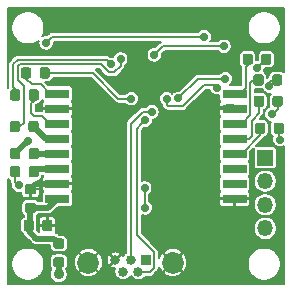
<source format=gbr>
%TF.GenerationSoftware,KiCad,Pcbnew,(5.1.5)-3*%
%TF.CreationDate,2020-05-01T16:03:37+02:00*%
%TF.ProjectId,SX1280_module,53583132-3830-45f6-9d6f-64756c652e6b,rev?*%
%TF.SameCoordinates,Original*%
%TF.FileFunction,Copper,L2,Bot*%
%TF.FilePolarity,Positive*%
%FSLAX46Y46*%
G04 Gerber Fmt 4.6, Leading zero omitted, Abs format (unit mm)*
G04 Created by KiCad (PCBNEW (5.1.5)-3) date 2020-05-01 16:03:37*
%MOMM*%
%LPD*%
G04 APERTURE LIST*
%TA.AperFunction,ComponentPad*%
%ADD10C,1.850000*%
%TD*%
%TA.AperFunction,ComponentPad*%
%ADD11C,0.840000*%
%TD*%
%TA.AperFunction,ComponentPad*%
%ADD12R,0.840000X0.840000*%
%TD*%
%TA.AperFunction,ComponentPad*%
%ADD13O,1.350000X1.350000*%
%TD*%
%TA.AperFunction,ComponentPad*%
%ADD14R,1.350000X1.350000*%
%TD*%
%TA.AperFunction,SMDPad,CuDef*%
%ADD15C,0.100000*%
%TD*%
%TA.AperFunction,SMDPad,CuDef*%
%ADD16R,2.000000X0.800000*%
%TD*%
%TA.AperFunction,ViaPad*%
%ADD17C,0.700000*%
%TD*%
%TA.AperFunction,ViaPad*%
%ADD18C,0.900000*%
%TD*%
%TA.AperFunction,Conductor*%
%ADD19C,0.500000*%
%TD*%
%TA.AperFunction,Conductor*%
%ADD20C,0.203200*%
%TD*%
G04 APERTURE END LIST*
D10*
%TO.P,J2,6*%
%TO.N,GND*%
X114125000Y-120870000D03*
X121275000Y-120870000D03*
D11*
%TO.P,J2,5*%
X116400000Y-120650000D03*
%TO.P,J2,4*%
%TO.N,N/C*%
X117050000Y-121650000D03*
%TO.P,J2,3*%
%TO.N,/USB_DP*%
X117700000Y-120650000D03*
%TO.P,J2,2*%
%TO.N,/USB_DM*%
X118350000Y-121650000D03*
D12*
%TO.P,J2,1*%
%TO.N,/USBVDD*%
X119000000Y-120650000D03*
%TD*%
D13*
%TO.P,J1,4*%
%TO.N,/VIN*%
X129098000Y-117976400D03*
%TO.P,J1,3*%
%TO.N,Net-(J1-Pad3)*%
X129098000Y-115976400D03*
%TO.P,J1,2*%
%TO.N,/U1RX*%
X129098000Y-113976400D03*
D14*
%TO.P,J1,1*%
%TO.N,/U1TX*%
X129098000Y-111976400D03*
%TD*%
%TA.AperFunction,SMDPad,CuDef*%
D15*
%TO.P,R18,2*%
%TO.N,/SX1280_TXEN*%
G36*
X129424691Y-103171253D02*
G01*
X129445926Y-103174403D01*
X129466750Y-103179619D01*
X129486962Y-103186851D01*
X129506368Y-103196030D01*
X129524781Y-103207066D01*
X129542024Y-103219854D01*
X129557930Y-103234270D01*
X129572346Y-103250176D01*
X129585134Y-103267419D01*
X129596170Y-103285832D01*
X129605349Y-103305238D01*
X129612581Y-103325450D01*
X129617797Y-103346274D01*
X129620947Y-103367509D01*
X129622000Y-103388950D01*
X129622000Y-103901450D01*
X129620947Y-103922891D01*
X129617797Y-103944126D01*
X129612581Y-103964950D01*
X129605349Y-103985162D01*
X129596170Y-104004568D01*
X129585134Y-104022981D01*
X129572346Y-104040224D01*
X129557930Y-104056130D01*
X129542024Y-104070546D01*
X129524781Y-104083334D01*
X129506368Y-104094370D01*
X129486962Y-104103549D01*
X129466750Y-104110781D01*
X129445926Y-104115997D01*
X129424691Y-104119147D01*
X129403250Y-104120200D01*
X128965750Y-104120200D01*
X128944309Y-104119147D01*
X128923074Y-104115997D01*
X128902250Y-104110781D01*
X128882038Y-104103549D01*
X128862632Y-104094370D01*
X128844219Y-104083334D01*
X128826976Y-104070546D01*
X128811070Y-104056130D01*
X128796654Y-104040224D01*
X128783866Y-104022981D01*
X128772830Y-104004568D01*
X128763651Y-103985162D01*
X128756419Y-103964950D01*
X128751203Y-103944126D01*
X128748053Y-103922891D01*
X128747000Y-103901450D01*
X128747000Y-103388950D01*
X128748053Y-103367509D01*
X128751203Y-103346274D01*
X128756419Y-103325450D01*
X128763651Y-103305238D01*
X128772830Y-103285832D01*
X128783866Y-103267419D01*
X128796654Y-103250176D01*
X128811070Y-103234270D01*
X128826976Y-103219854D01*
X128844219Y-103207066D01*
X128862632Y-103196030D01*
X128882038Y-103186851D01*
X128902250Y-103179619D01*
X128923074Y-103174403D01*
X128944309Y-103171253D01*
X128965750Y-103170200D01*
X129403250Y-103170200D01*
X129424691Y-103171253D01*
G37*
%TD.AperFunction*%
%TA.AperFunction,SMDPad,CuDef*%
%TO.P,R18,1*%
%TO.N,Net-(M1-Pad9)*%
G36*
X127849691Y-103171253D02*
G01*
X127870926Y-103174403D01*
X127891750Y-103179619D01*
X127911962Y-103186851D01*
X127931368Y-103196030D01*
X127949781Y-103207066D01*
X127967024Y-103219854D01*
X127982930Y-103234270D01*
X127997346Y-103250176D01*
X128010134Y-103267419D01*
X128021170Y-103285832D01*
X128030349Y-103305238D01*
X128037581Y-103325450D01*
X128042797Y-103346274D01*
X128045947Y-103367509D01*
X128047000Y-103388950D01*
X128047000Y-103901450D01*
X128045947Y-103922891D01*
X128042797Y-103944126D01*
X128037581Y-103964950D01*
X128030349Y-103985162D01*
X128021170Y-104004568D01*
X128010134Y-104022981D01*
X127997346Y-104040224D01*
X127982930Y-104056130D01*
X127967024Y-104070546D01*
X127949781Y-104083334D01*
X127931368Y-104094370D01*
X127911962Y-104103549D01*
X127891750Y-104110781D01*
X127870926Y-104115997D01*
X127849691Y-104119147D01*
X127828250Y-104120200D01*
X127390750Y-104120200D01*
X127369309Y-104119147D01*
X127348074Y-104115997D01*
X127327250Y-104110781D01*
X127307038Y-104103549D01*
X127287632Y-104094370D01*
X127269219Y-104083334D01*
X127251976Y-104070546D01*
X127236070Y-104056130D01*
X127221654Y-104040224D01*
X127208866Y-104022981D01*
X127197830Y-104004568D01*
X127188651Y-103985162D01*
X127181419Y-103964950D01*
X127176203Y-103944126D01*
X127173053Y-103922891D01*
X127172000Y-103901450D01*
X127172000Y-103388950D01*
X127173053Y-103367509D01*
X127176203Y-103346274D01*
X127181419Y-103325450D01*
X127188651Y-103305238D01*
X127197830Y-103285832D01*
X127208866Y-103267419D01*
X127221654Y-103250176D01*
X127236070Y-103234270D01*
X127251976Y-103219854D01*
X127269219Y-103207066D01*
X127287632Y-103196030D01*
X127307038Y-103186851D01*
X127327250Y-103179619D01*
X127348074Y-103174403D01*
X127369309Y-103171253D01*
X127390750Y-103170200D01*
X127828250Y-103170200D01*
X127849691Y-103171253D01*
G37*
%TD.AperFunction*%
%TD*%
%TA.AperFunction,SMDPad,CuDef*%
%TO.P,R17,2*%
%TO.N,/SX1280_RXEN*%
G36*
X110669291Y-104339653D02*
G01*
X110690526Y-104342803D01*
X110711350Y-104348019D01*
X110731562Y-104355251D01*
X110750968Y-104364430D01*
X110769381Y-104375466D01*
X110786624Y-104388254D01*
X110802530Y-104402670D01*
X110816946Y-104418576D01*
X110829734Y-104435819D01*
X110840770Y-104454232D01*
X110849949Y-104473638D01*
X110857181Y-104493850D01*
X110862397Y-104514674D01*
X110865547Y-104535909D01*
X110866600Y-104557350D01*
X110866600Y-105069850D01*
X110865547Y-105091291D01*
X110862397Y-105112526D01*
X110857181Y-105133350D01*
X110849949Y-105153562D01*
X110840770Y-105172968D01*
X110829734Y-105191381D01*
X110816946Y-105208624D01*
X110802530Y-105224530D01*
X110786624Y-105238946D01*
X110769381Y-105251734D01*
X110750968Y-105262770D01*
X110731562Y-105271949D01*
X110711350Y-105279181D01*
X110690526Y-105284397D01*
X110669291Y-105287547D01*
X110647850Y-105288600D01*
X110210350Y-105288600D01*
X110188909Y-105287547D01*
X110167674Y-105284397D01*
X110146850Y-105279181D01*
X110126638Y-105271949D01*
X110107232Y-105262770D01*
X110088819Y-105251734D01*
X110071576Y-105238946D01*
X110055670Y-105224530D01*
X110041254Y-105208624D01*
X110028466Y-105191381D01*
X110017430Y-105172968D01*
X110008251Y-105153562D01*
X110001019Y-105133350D01*
X109995803Y-105112526D01*
X109992653Y-105091291D01*
X109991600Y-105069850D01*
X109991600Y-104557350D01*
X109992653Y-104535909D01*
X109995803Y-104514674D01*
X110001019Y-104493850D01*
X110008251Y-104473638D01*
X110017430Y-104454232D01*
X110028466Y-104435819D01*
X110041254Y-104418576D01*
X110055670Y-104402670D01*
X110071576Y-104388254D01*
X110088819Y-104375466D01*
X110107232Y-104364430D01*
X110126638Y-104355251D01*
X110146850Y-104348019D01*
X110167674Y-104342803D01*
X110188909Y-104339653D01*
X110210350Y-104338600D01*
X110647850Y-104338600D01*
X110669291Y-104339653D01*
G37*
%TD.AperFunction*%
%TA.AperFunction,SMDPad,CuDef*%
%TO.P,R17,1*%
%TO.N,Net-(M1-Pad8)*%
G36*
X109094291Y-104339653D02*
G01*
X109115526Y-104342803D01*
X109136350Y-104348019D01*
X109156562Y-104355251D01*
X109175968Y-104364430D01*
X109194381Y-104375466D01*
X109211624Y-104388254D01*
X109227530Y-104402670D01*
X109241946Y-104418576D01*
X109254734Y-104435819D01*
X109265770Y-104454232D01*
X109274949Y-104473638D01*
X109282181Y-104493850D01*
X109287397Y-104514674D01*
X109290547Y-104535909D01*
X109291600Y-104557350D01*
X109291600Y-105069850D01*
X109290547Y-105091291D01*
X109287397Y-105112526D01*
X109282181Y-105133350D01*
X109274949Y-105153562D01*
X109265770Y-105172968D01*
X109254734Y-105191381D01*
X109241946Y-105208624D01*
X109227530Y-105224530D01*
X109211624Y-105238946D01*
X109194381Y-105251734D01*
X109175968Y-105262770D01*
X109156562Y-105271949D01*
X109136350Y-105279181D01*
X109115526Y-105284397D01*
X109094291Y-105287547D01*
X109072850Y-105288600D01*
X108635350Y-105288600D01*
X108613909Y-105287547D01*
X108592674Y-105284397D01*
X108571850Y-105279181D01*
X108551638Y-105271949D01*
X108532232Y-105262770D01*
X108513819Y-105251734D01*
X108496576Y-105238946D01*
X108480670Y-105224530D01*
X108466254Y-105208624D01*
X108453466Y-105191381D01*
X108442430Y-105172968D01*
X108433251Y-105153562D01*
X108426019Y-105133350D01*
X108420803Y-105112526D01*
X108417653Y-105091291D01*
X108416600Y-105069850D01*
X108416600Y-104557350D01*
X108417653Y-104535909D01*
X108420803Y-104514674D01*
X108426019Y-104493850D01*
X108433251Y-104473638D01*
X108442430Y-104454232D01*
X108453466Y-104435819D01*
X108466254Y-104418576D01*
X108480670Y-104402670D01*
X108496576Y-104388254D01*
X108513819Y-104375466D01*
X108532232Y-104364430D01*
X108551638Y-104355251D01*
X108571850Y-104348019D01*
X108592674Y-104342803D01*
X108613909Y-104339653D01*
X108635350Y-104338600D01*
X109072850Y-104338600D01*
X109094291Y-104339653D01*
G37*
%TD.AperFunction*%
%TD*%
%TA.AperFunction,SMDPad,CuDef*%
%TO.P,R16,2*%
%TO.N,/SX1280_DIO1*%
G36*
X130481291Y-109013253D02*
G01*
X130502526Y-109016403D01*
X130523350Y-109021619D01*
X130543562Y-109028851D01*
X130562968Y-109038030D01*
X130581381Y-109049066D01*
X130598624Y-109061854D01*
X130614530Y-109076270D01*
X130628946Y-109092176D01*
X130641734Y-109109419D01*
X130652770Y-109127832D01*
X130661949Y-109147238D01*
X130669181Y-109167450D01*
X130674397Y-109188274D01*
X130677547Y-109209509D01*
X130678600Y-109230950D01*
X130678600Y-109743450D01*
X130677547Y-109764891D01*
X130674397Y-109786126D01*
X130669181Y-109806950D01*
X130661949Y-109827162D01*
X130652770Y-109846568D01*
X130641734Y-109864981D01*
X130628946Y-109882224D01*
X130614530Y-109898130D01*
X130598624Y-109912546D01*
X130581381Y-109925334D01*
X130562968Y-109936370D01*
X130543562Y-109945549D01*
X130523350Y-109952781D01*
X130502526Y-109957997D01*
X130481291Y-109961147D01*
X130459850Y-109962200D01*
X130022350Y-109962200D01*
X130000909Y-109961147D01*
X129979674Y-109957997D01*
X129958850Y-109952781D01*
X129938638Y-109945549D01*
X129919232Y-109936370D01*
X129900819Y-109925334D01*
X129883576Y-109912546D01*
X129867670Y-109898130D01*
X129853254Y-109882224D01*
X129840466Y-109864981D01*
X129829430Y-109846568D01*
X129820251Y-109827162D01*
X129813019Y-109806950D01*
X129807803Y-109786126D01*
X129804653Y-109764891D01*
X129803600Y-109743450D01*
X129803600Y-109230950D01*
X129804653Y-109209509D01*
X129807803Y-109188274D01*
X129813019Y-109167450D01*
X129820251Y-109147238D01*
X129829430Y-109127832D01*
X129840466Y-109109419D01*
X129853254Y-109092176D01*
X129867670Y-109076270D01*
X129883576Y-109061854D01*
X129900819Y-109049066D01*
X129919232Y-109038030D01*
X129938638Y-109028851D01*
X129958850Y-109021619D01*
X129979674Y-109016403D01*
X130000909Y-109013253D01*
X130022350Y-109012200D01*
X130459850Y-109012200D01*
X130481291Y-109013253D01*
G37*
%TD.AperFunction*%
%TA.AperFunction,SMDPad,CuDef*%
%TO.P,R16,1*%
%TO.N,Net-(M1-Pad13)*%
G36*
X128906291Y-109013253D02*
G01*
X128927526Y-109016403D01*
X128948350Y-109021619D01*
X128968562Y-109028851D01*
X128987968Y-109038030D01*
X129006381Y-109049066D01*
X129023624Y-109061854D01*
X129039530Y-109076270D01*
X129053946Y-109092176D01*
X129066734Y-109109419D01*
X129077770Y-109127832D01*
X129086949Y-109147238D01*
X129094181Y-109167450D01*
X129099397Y-109188274D01*
X129102547Y-109209509D01*
X129103600Y-109230950D01*
X129103600Y-109743450D01*
X129102547Y-109764891D01*
X129099397Y-109786126D01*
X129094181Y-109806950D01*
X129086949Y-109827162D01*
X129077770Y-109846568D01*
X129066734Y-109864981D01*
X129053946Y-109882224D01*
X129039530Y-109898130D01*
X129023624Y-109912546D01*
X129006381Y-109925334D01*
X128987968Y-109936370D01*
X128968562Y-109945549D01*
X128948350Y-109952781D01*
X128927526Y-109957997D01*
X128906291Y-109961147D01*
X128884850Y-109962200D01*
X128447350Y-109962200D01*
X128425909Y-109961147D01*
X128404674Y-109957997D01*
X128383850Y-109952781D01*
X128363638Y-109945549D01*
X128344232Y-109936370D01*
X128325819Y-109925334D01*
X128308576Y-109912546D01*
X128292670Y-109898130D01*
X128278254Y-109882224D01*
X128265466Y-109864981D01*
X128254430Y-109846568D01*
X128245251Y-109827162D01*
X128238019Y-109806950D01*
X128232803Y-109786126D01*
X128229653Y-109764891D01*
X128228600Y-109743450D01*
X128228600Y-109230950D01*
X128229653Y-109209509D01*
X128232803Y-109188274D01*
X128238019Y-109167450D01*
X128245251Y-109147238D01*
X128254430Y-109127832D01*
X128265466Y-109109419D01*
X128278254Y-109092176D01*
X128292670Y-109076270D01*
X128308576Y-109061854D01*
X128325819Y-109049066D01*
X128344232Y-109038030D01*
X128363638Y-109028851D01*
X128383850Y-109021619D01*
X128404674Y-109016403D01*
X128425909Y-109013253D01*
X128447350Y-109012200D01*
X128884850Y-109012200D01*
X128906291Y-109013253D01*
G37*
%TD.AperFunction*%
%TD*%
%TA.AperFunction,SMDPad,CuDef*%
%TO.P,R14,2*%
%TO.N,/SX1280_BUSY*%
G36*
X130379691Y-106727253D02*
G01*
X130400926Y-106730403D01*
X130421750Y-106735619D01*
X130441962Y-106742851D01*
X130461368Y-106752030D01*
X130479781Y-106763066D01*
X130497024Y-106775854D01*
X130512930Y-106790270D01*
X130527346Y-106806176D01*
X130540134Y-106823419D01*
X130551170Y-106841832D01*
X130560349Y-106861238D01*
X130567581Y-106881450D01*
X130572797Y-106902274D01*
X130575947Y-106923509D01*
X130577000Y-106944950D01*
X130577000Y-107457450D01*
X130575947Y-107478891D01*
X130572797Y-107500126D01*
X130567581Y-107520950D01*
X130560349Y-107541162D01*
X130551170Y-107560568D01*
X130540134Y-107578981D01*
X130527346Y-107596224D01*
X130512930Y-107612130D01*
X130497024Y-107626546D01*
X130479781Y-107639334D01*
X130461368Y-107650370D01*
X130441962Y-107659549D01*
X130421750Y-107666781D01*
X130400926Y-107671997D01*
X130379691Y-107675147D01*
X130358250Y-107676200D01*
X129920750Y-107676200D01*
X129899309Y-107675147D01*
X129878074Y-107671997D01*
X129857250Y-107666781D01*
X129837038Y-107659549D01*
X129817632Y-107650370D01*
X129799219Y-107639334D01*
X129781976Y-107626546D01*
X129766070Y-107612130D01*
X129751654Y-107596224D01*
X129738866Y-107578981D01*
X129727830Y-107560568D01*
X129718651Y-107541162D01*
X129711419Y-107520950D01*
X129706203Y-107500126D01*
X129703053Y-107478891D01*
X129702000Y-107457450D01*
X129702000Y-106944950D01*
X129703053Y-106923509D01*
X129706203Y-106902274D01*
X129711419Y-106881450D01*
X129718651Y-106861238D01*
X129727830Y-106841832D01*
X129738866Y-106823419D01*
X129751654Y-106806176D01*
X129766070Y-106790270D01*
X129781976Y-106775854D01*
X129799219Y-106763066D01*
X129817632Y-106752030D01*
X129837038Y-106742851D01*
X129857250Y-106735619D01*
X129878074Y-106730403D01*
X129899309Y-106727253D01*
X129920750Y-106726200D01*
X130358250Y-106726200D01*
X130379691Y-106727253D01*
G37*
%TD.AperFunction*%
%TA.AperFunction,SMDPad,CuDef*%
%TO.P,R14,1*%
%TO.N,Net-(M1-Pad12)*%
G36*
X128804691Y-106727253D02*
G01*
X128825926Y-106730403D01*
X128846750Y-106735619D01*
X128866962Y-106742851D01*
X128886368Y-106752030D01*
X128904781Y-106763066D01*
X128922024Y-106775854D01*
X128937930Y-106790270D01*
X128952346Y-106806176D01*
X128965134Y-106823419D01*
X128976170Y-106841832D01*
X128985349Y-106861238D01*
X128992581Y-106881450D01*
X128997797Y-106902274D01*
X129000947Y-106923509D01*
X129002000Y-106944950D01*
X129002000Y-107457450D01*
X129000947Y-107478891D01*
X128997797Y-107500126D01*
X128992581Y-107520950D01*
X128985349Y-107541162D01*
X128976170Y-107560568D01*
X128965134Y-107578981D01*
X128952346Y-107596224D01*
X128937930Y-107612130D01*
X128922024Y-107626546D01*
X128904781Y-107639334D01*
X128886368Y-107650370D01*
X128866962Y-107659549D01*
X128846750Y-107666781D01*
X128825926Y-107671997D01*
X128804691Y-107675147D01*
X128783250Y-107676200D01*
X128345750Y-107676200D01*
X128324309Y-107675147D01*
X128303074Y-107671997D01*
X128282250Y-107666781D01*
X128262038Y-107659549D01*
X128242632Y-107650370D01*
X128224219Y-107639334D01*
X128206976Y-107626546D01*
X128191070Y-107612130D01*
X128176654Y-107596224D01*
X128163866Y-107578981D01*
X128152830Y-107560568D01*
X128143651Y-107541162D01*
X128136419Y-107520950D01*
X128131203Y-107500126D01*
X128128053Y-107478891D01*
X128127000Y-107457450D01*
X128127000Y-106944950D01*
X128128053Y-106923509D01*
X128131203Y-106902274D01*
X128136419Y-106881450D01*
X128143651Y-106861238D01*
X128152830Y-106841832D01*
X128163866Y-106823419D01*
X128176654Y-106806176D01*
X128191070Y-106790270D01*
X128206976Y-106775854D01*
X128224219Y-106763066D01*
X128242632Y-106752030D01*
X128262038Y-106742851D01*
X128282250Y-106735619D01*
X128303074Y-106730403D01*
X128324309Y-106727253D01*
X128345750Y-106726200D01*
X128783250Y-106726200D01*
X128804691Y-106727253D01*
G37*
%TD.AperFunction*%
%TD*%
%TA.AperFunction,SMDPad,CuDef*%
%TO.P,R13,2*%
%TO.N,/SX1280_nRESET*%
G36*
X130339191Y-104936053D02*
G01*
X130360426Y-104939203D01*
X130381250Y-104944419D01*
X130401462Y-104951651D01*
X130420868Y-104960830D01*
X130439281Y-104971866D01*
X130456524Y-104984654D01*
X130472430Y-104999070D01*
X130486846Y-105014976D01*
X130499634Y-105032219D01*
X130510670Y-105050632D01*
X130519849Y-105070038D01*
X130527081Y-105090250D01*
X130532297Y-105111074D01*
X130535447Y-105132309D01*
X130536500Y-105153750D01*
X130536500Y-105666250D01*
X130535447Y-105687691D01*
X130532297Y-105708926D01*
X130527081Y-105729750D01*
X130519849Y-105749962D01*
X130510670Y-105769368D01*
X130499634Y-105787781D01*
X130486846Y-105805024D01*
X130472430Y-105820930D01*
X130456524Y-105835346D01*
X130439281Y-105848134D01*
X130420868Y-105859170D01*
X130401462Y-105868349D01*
X130381250Y-105875581D01*
X130360426Y-105880797D01*
X130339191Y-105883947D01*
X130317750Y-105885000D01*
X129880250Y-105885000D01*
X129858809Y-105883947D01*
X129837574Y-105880797D01*
X129816750Y-105875581D01*
X129796538Y-105868349D01*
X129777132Y-105859170D01*
X129758719Y-105848134D01*
X129741476Y-105835346D01*
X129725570Y-105820930D01*
X129711154Y-105805024D01*
X129698366Y-105787781D01*
X129687330Y-105769368D01*
X129678151Y-105749962D01*
X129670919Y-105729750D01*
X129665703Y-105708926D01*
X129662553Y-105687691D01*
X129661500Y-105666250D01*
X129661500Y-105153750D01*
X129662553Y-105132309D01*
X129665703Y-105111074D01*
X129670919Y-105090250D01*
X129678151Y-105070038D01*
X129687330Y-105050632D01*
X129698366Y-105032219D01*
X129711154Y-105014976D01*
X129725570Y-104999070D01*
X129741476Y-104984654D01*
X129758719Y-104971866D01*
X129777132Y-104960830D01*
X129796538Y-104951651D01*
X129816750Y-104944419D01*
X129837574Y-104939203D01*
X129858809Y-104936053D01*
X129880250Y-104935000D01*
X130317750Y-104935000D01*
X130339191Y-104936053D01*
G37*
%TD.AperFunction*%
%TA.AperFunction,SMDPad,CuDef*%
%TO.P,R13,1*%
%TO.N,Net-(M1-Pad11)*%
G36*
X128764191Y-104936053D02*
G01*
X128785426Y-104939203D01*
X128806250Y-104944419D01*
X128826462Y-104951651D01*
X128845868Y-104960830D01*
X128864281Y-104971866D01*
X128881524Y-104984654D01*
X128897430Y-104999070D01*
X128911846Y-105014976D01*
X128924634Y-105032219D01*
X128935670Y-105050632D01*
X128944849Y-105070038D01*
X128952081Y-105090250D01*
X128957297Y-105111074D01*
X128960447Y-105132309D01*
X128961500Y-105153750D01*
X128961500Y-105666250D01*
X128960447Y-105687691D01*
X128957297Y-105708926D01*
X128952081Y-105729750D01*
X128944849Y-105749962D01*
X128935670Y-105769368D01*
X128924634Y-105787781D01*
X128911846Y-105805024D01*
X128897430Y-105820930D01*
X128881524Y-105835346D01*
X128864281Y-105848134D01*
X128845868Y-105859170D01*
X128826462Y-105868349D01*
X128806250Y-105875581D01*
X128785426Y-105880797D01*
X128764191Y-105883947D01*
X128742750Y-105885000D01*
X128305250Y-105885000D01*
X128283809Y-105883947D01*
X128262574Y-105880797D01*
X128241750Y-105875581D01*
X128221538Y-105868349D01*
X128202132Y-105859170D01*
X128183719Y-105848134D01*
X128166476Y-105835346D01*
X128150570Y-105820930D01*
X128136154Y-105805024D01*
X128123366Y-105787781D01*
X128112330Y-105769368D01*
X128103151Y-105749962D01*
X128095919Y-105729750D01*
X128090703Y-105708926D01*
X128087553Y-105687691D01*
X128086500Y-105666250D01*
X128086500Y-105153750D01*
X128087553Y-105132309D01*
X128090703Y-105111074D01*
X128095919Y-105090250D01*
X128103151Y-105070038D01*
X128112330Y-105050632D01*
X128123366Y-105032219D01*
X128136154Y-105014976D01*
X128150570Y-104999070D01*
X128166476Y-104984654D01*
X128183719Y-104971866D01*
X128202132Y-104960830D01*
X128221538Y-104951651D01*
X128241750Y-104944419D01*
X128262574Y-104939203D01*
X128283809Y-104936053D01*
X128305250Y-104935000D01*
X128742750Y-104935000D01*
X128764191Y-104936053D01*
G37*
%TD.AperFunction*%
%TD*%
%TA.AperFunction,SMDPad,CuDef*%
%TO.P,R12,2*%
%TO.N,/SX1280_nCS*%
G36*
X108164691Y-106206053D02*
G01*
X108185926Y-106209203D01*
X108206750Y-106214419D01*
X108226962Y-106221651D01*
X108246368Y-106230830D01*
X108264781Y-106241866D01*
X108282024Y-106254654D01*
X108297930Y-106269070D01*
X108312346Y-106284976D01*
X108325134Y-106302219D01*
X108336170Y-106320632D01*
X108345349Y-106340038D01*
X108352581Y-106360250D01*
X108357797Y-106381074D01*
X108360947Y-106402309D01*
X108362000Y-106423750D01*
X108362000Y-106936250D01*
X108360947Y-106957691D01*
X108357797Y-106978926D01*
X108352581Y-106999750D01*
X108345349Y-107019962D01*
X108336170Y-107039368D01*
X108325134Y-107057781D01*
X108312346Y-107075024D01*
X108297930Y-107090930D01*
X108282024Y-107105346D01*
X108264781Y-107118134D01*
X108246368Y-107129170D01*
X108226962Y-107138349D01*
X108206750Y-107145581D01*
X108185926Y-107150797D01*
X108164691Y-107153947D01*
X108143250Y-107155000D01*
X107705750Y-107155000D01*
X107684309Y-107153947D01*
X107663074Y-107150797D01*
X107642250Y-107145581D01*
X107622038Y-107138349D01*
X107602632Y-107129170D01*
X107584219Y-107118134D01*
X107566976Y-107105346D01*
X107551070Y-107090930D01*
X107536654Y-107075024D01*
X107523866Y-107057781D01*
X107512830Y-107039368D01*
X107503651Y-107019962D01*
X107496419Y-106999750D01*
X107491203Y-106978926D01*
X107488053Y-106957691D01*
X107487000Y-106936250D01*
X107487000Y-106423750D01*
X107488053Y-106402309D01*
X107491203Y-106381074D01*
X107496419Y-106360250D01*
X107503651Y-106340038D01*
X107512830Y-106320632D01*
X107523866Y-106302219D01*
X107536654Y-106284976D01*
X107551070Y-106269070D01*
X107566976Y-106254654D01*
X107584219Y-106241866D01*
X107602632Y-106230830D01*
X107622038Y-106221651D01*
X107642250Y-106214419D01*
X107663074Y-106209203D01*
X107684309Y-106206053D01*
X107705750Y-106205000D01*
X108143250Y-106205000D01*
X108164691Y-106206053D01*
G37*
%TD.AperFunction*%
%TA.AperFunction,SMDPad,CuDef*%
%TO.P,R12,1*%
%TO.N,Net-(M1-Pad6)*%
G36*
X109739691Y-106206053D02*
G01*
X109760926Y-106209203D01*
X109781750Y-106214419D01*
X109801962Y-106221651D01*
X109821368Y-106230830D01*
X109839781Y-106241866D01*
X109857024Y-106254654D01*
X109872930Y-106269070D01*
X109887346Y-106284976D01*
X109900134Y-106302219D01*
X109911170Y-106320632D01*
X109920349Y-106340038D01*
X109927581Y-106360250D01*
X109932797Y-106381074D01*
X109935947Y-106402309D01*
X109937000Y-106423750D01*
X109937000Y-106936250D01*
X109935947Y-106957691D01*
X109932797Y-106978926D01*
X109927581Y-106999750D01*
X109920349Y-107019962D01*
X109911170Y-107039368D01*
X109900134Y-107057781D01*
X109887346Y-107075024D01*
X109872930Y-107090930D01*
X109857024Y-107105346D01*
X109839781Y-107118134D01*
X109821368Y-107129170D01*
X109801962Y-107138349D01*
X109781750Y-107145581D01*
X109760926Y-107150797D01*
X109739691Y-107153947D01*
X109718250Y-107155000D01*
X109280750Y-107155000D01*
X109259309Y-107153947D01*
X109238074Y-107150797D01*
X109217250Y-107145581D01*
X109197038Y-107138349D01*
X109177632Y-107129170D01*
X109159219Y-107118134D01*
X109141976Y-107105346D01*
X109126070Y-107090930D01*
X109111654Y-107075024D01*
X109098866Y-107057781D01*
X109087830Y-107039368D01*
X109078651Y-107019962D01*
X109071419Y-106999750D01*
X109066203Y-106978926D01*
X109063053Y-106957691D01*
X109062000Y-106936250D01*
X109062000Y-106423750D01*
X109063053Y-106402309D01*
X109066203Y-106381074D01*
X109071419Y-106360250D01*
X109078651Y-106340038D01*
X109087830Y-106320632D01*
X109098866Y-106302219D01*
X109111654Y-106284976D01*
X109126070Y-106269070D01*
X109141976Y-106254654D01*
X109159219Y-106241866D01*
X109177632Y-106230830D01*
X109197038Y-106221651D01*
X109217250Y-106214419D01*
X109238074Y-106209203D01*
X109259309Y-106206053D01*
X109280750Y-106205000D01*
X109718250Y-106205000D01*
X109739691Y-106206053D01*
G37*
%TD.AperFunction*%
%TD*%
%TA.AperFunction,SMDPad,CuDef*%
%TO.P,R11,2*%
%TO.N,/SX1280_SCK*%
G36*
X108139191Y-108873053D02*
G01*
X108160426Y-108876203D01*
X108181250Y-108881419D01*
X108201462Y-108888651D01*
X108220868Y-108897830D01*
X108239281Y-108908866D01*
X108256524Y-108921654D01*
X108272430Y-108936070D01*
X108286846Y-108951976D01*
X108299634Y-108969219D01*
X108310670Y-108987632D01*
X108319849Y-109007038D01*
X108327081Y-109027250D01*
X108332297Y-109048074D01*
X108335447Y-109069309D01*
X108336500Y-109090750D01*
X108336500Y-109603250D01*
X108335447Y-109624691D01*
X108332297Y-109645926D01*
X108327081Y-109666750D01*
X108319849Y-109686962D01*
X108310670Y-109706368D01*
X108299634Y-109724781D01*
X108286846Y-109742024D01*
X108272430Y-109757930D01*
X108256524Y-109772346D01*
X108239281Y-109785134D01*
X108220868Y-109796170D01*
X108201462Y-109805349D01*
X108181250Y-109812581D01*
X108160426Y-109817797D01*
X108139191Y-109820947D01*
X108117750Y-109822000D01*
X107680250Y-109822000D01*
X107658809Y-109820947D01*
X107637574Y-109817797D01*
X107616750Y-109812581D01*
X107596538Y-109805349D01*
X107577132Y-109796170D01*
X107558719Y-109785134D01*
X107541476Y-109772346D01*
X107525570Y-109757930D01*
X107511154Y-109742024D01*
X107498366Y-109724781D01*
X107487330Y-109706368D01*
X107478151Y-109686962D01*
X107470919Y-109666750D01*
X107465703Y-109645926D01*
X107462553Y-109624691D01*
X107461500Y-109603250D01*
X107461500Y-109090750D01*
X107462553Y-109069309D01*
X107465703Y-109048074D01*
X107470919Y-109027250D01*
X107478151Y-109007038D01*
X107487330Y-108987632D01*
X107498366Y-108969219D01*
X107511154Y-108951976D01*
X107525570Y-108936070D01*
X107541476Y-108921654D01*
X107558719Y-108908866D01*
X107577132Y-108897830D01*
X107596538Y-108888651D01*
X107616750Y-108881419D01*
X107637574Y-108876203D01*
X107658809Y-108873053D01*
X107680250Y-108872000D01*
X108117750Y-108872000D01*
X108139191Y-108873053D01*
G37*
%TD.AperFunction*%
%TA.AperFunction,SMDPad,CuDef*%
%TO.P,R11,1*%
%TO.N,Net-(M1-Pad5)*%
G36*
X109714191Y-108873053D02*
G01*
X109735426Y-108876203D01*
X109756250Y-108881419D01*
X109776462Y-108888651D01*
X109795868Y-108897830D01*
X109814281Y-108908866D01*
X109831524Y-108921654D01*
X109847430Y-108936070D01*
X109861846Y-108951976D01*
X109874634Y-108969219D01*
X109885670Y-108987632D01*
X109894849Y-109007038D01*
X109902081Y-109027250D01*
X109907297Y-109048074D01*
X109910447Y-109069309D01*
X109911500Y-109090750D01*
X109911500Y-109603250D01*
X109910447Y-109624691D01*
X109907297Y-109645926D01*
X109902081Y-109666750D01*
X109894849Y-109686962D01*
X109885670Y-109706368D01*
X109874634Y-109724781D01*
X109861846Y-109742024D01*
X109847430Y-109757930D01*
X109831524Y-109772346D01*
X109814281Y-109785134D01*
X109795868Y-109796170D01*
X109776462Y-109805349D01*
X109756250Y-109812581D01*
X109735426Y-109817797D01*
X109714191Y-109820947D01*
X109692750Y-109822000D01*
X109255250Y-109822000D01*
X109233809Y-109820947D01*
X109212574Y-109817797D01*
X109191750Y-109812581D01*
X109171538Y-109805349D01*
X109152132Y-109796170D01*
X109133719Y-109785134D01*
X109116476Y-109772346D01*
X109100570Y-109757930D01*
X109086154Y-109742024D01*
X109073366Y-109724781D01*
X109062330Y-109706368D01*
X109053151Y-109686962D01*
X109045919Y-109666750D01*
X109040703Y-109645926D01*
X109037553Y-109624691D01*
X109036500Y-109603250D01*
X109036500Y-109090750D01*
X109037553Y-109069309D01*
X109040703Y-109048074D01*
X109045919Y-109027250D01*
X109053151Y-109007038D01*
X109062330Y-108987632D01*
X109073366Y-108969219D01*
X109086154Y-108951976D01*
X109100570Y-108936070D01*
X109116476Y-108921654D01*
X109133719Y-108908866D01*
X109152132Y-108897830D01*
X109171538Y-108888651D01*
X109191750Y-108881419D01*
X109212574Y-108876203D01*
X109233809Y-108873053D01*
X109255250Y-108872000D01*
X109692750Y-108872000D01*
X109714191Y-108873053D01*
G37*
%TD.AperFunction*%
%TD*%
%TA.AperFunction,SMDPad,CuDef*%
%TO.P,R9,2*%
%TO.N,/SX1280_MISO*%
G36*
X108164691Y-112683053D02*
G01*
X108185926Y-112686203D01*
X108206750Y-112691419D01*
X108226962Y-112698651D01*
X108246368Y-112707830D01*
X108264781Y-112718866D01*
X108282024Y-112731654D01*
X108297930Y-112746070D01*
X108312346Y-112761976D01*
X108325134Y-112779219D01*
X108336170Y-112797632D01*
X108345349Y-112817038D01*
X108352581Y-112837250D01*
X108357797Y-112858074D01*
X108360947Y-112879309D01*
X108362000Y-112900750D01*
X108362000Y-113413250D01*
X108360947Y-113434691D01*
X108357797Y-113455926D01*
X108352581Y-113476750D01*
X108345349Y-113496962D01*
X108336170Y-113516368D01*
X108325134Y-113534781D01*
X108312346Y-113552024D01*
X108297930Y-113567930D01*
X108282024Y-113582346D01*
X108264781Y-113595134D01*
X108246368Y-113606170D01*
X108226962Y-113615349D01*
X108206750Y-113622581D01*
X108185926Y-113627797D01*
X108164691Y-113630947D01*
X108143250Y-113632000D01*
X107705750Y-113632000D01*
X107684309Y-113630947D01*
X107663074Y-113627797D01*
X107642250Y-113622581D01*
X107622038Y-113615349D01*
X107602632Y-113606170D01*
X107584219Y-113595134D01*
X107566976Y-113582346D01*
X107551070Y-113567930D01*
X107536654Y-113552024D01*
X107523866Y-113534781D01*
X107512830Y-113516368D01*
X107503651Y-113496962D01*
X107496419Y-113476750D01*
X107491203Y-113455926D01*
X107488053Y-113434691D01*
X107487000Y-113413250D01*
X107487000Y-112900750D01*
X107488053Y-112879309D01*
X107491203Y-112858074D01*
X107496419Y-112837250D01*
X107503651Y-112817038D01*
X107512830Y-112797632D01*
X107523866Y-112779219D01*
X107536654Y-112761976D01*
X107551070Y-112746070D01*
X107566976Y-112731654D01*
X107584219Y-112718866D01*
X107602632Y-112707830D01*
X107622038Y-112698651D01*
X107642250Y-112691419D01*
X107663074Y-112686203D01*
X107684309Y-112683053D01*
X107705750Y-112682000D01*
X108143250Y-112682000D01*
X108164691Y-112683053D01*
G37*
%TD.AperFunction*%
%TA.AperFunction,SMDPad,CuDef*%
%TO.P,R9,1*%
%TO.N,Net-(M1-Pad3)*%
G36*
X109739691Y-112683053D02*
G01*
X109760926Y-112686203D01*
X109781750Y-112691419D01*
X109801962Y-112698651D01*
X109821368Y-112707830D01*
X109839781Y-112718866D01*
X109857024Y-112731654D01*
X109872930Y-112746070D01*
X109887346Y-112761976D01*
X109900134Y-112779219D01*
X109911170Y-112797632D01*
X109920349Y-112817038D01*
X109927581Y-112837250D01*
X109932797Y-112858074D01*
X109935947Y-112879309D01*
X109937000Y-112900750D01*
X109937000Y-113413250D01*
X109935947Y-113434691D01*
X109932797Y-113455926D01*
X109927581Y-113476750D01*
X109920349Y-113496962D01*
X109911170Y-113516368D01*
X109900134Y-113534781D01*
X109887346Y-113552024D01*
X109872930Y-113567930D01*
X109857024Y-113582346D01*
X109839781Y-113595134D01*
X109821368Y-113606170D01*
X109801962Y-113615349D01*
X109781750Y-113622581D01*
X109760926Y-113627797D01*
X109739691Y-113630947D01*
X109718250Y-113632000D01*
X109280750Y-113632000D01*
X109259309Y-113630947D01*
X109238074Y-113627797D01*
X109217250Y-113622581D01*
X109197038Y-113615349D01*
X109177632Y-113606170D01*
X109159219Y-113595134D01*
X109141976Y-113582346D01*
X109126070Y-113567930D01*
X109111654Y-113552024D01*
X109098866Y-113534781D01*
X109087830Y-113516368D01*
X109078651Y-113496962D01*
X109071419Y-113476750D01*
X109066203Y-113455926D01*
X109063053Y-113434691D01*
X109062000Y-113413250D01*
X109062000Y-112900750D01*
X109063053Y-112879309D01*
X109066203Y-112858074D01*
X109071419Y-112837250D01*
X109078651Y-112817038D01*
X109087830Y-112797632D01*
X109098866Y-112779219D01*
X109111654Y-112761976D01*
X109126070Y-112746070D01*
X109141976Y-112731654D01*
X109159219Y-112718866D01*
X109177632Y-112707830D01*
X109197038Y-112698651D01*
X109217250Y-112691419D01*
X109238074Y-112686203D01*
X109259309Y-112683053D01*
X109280750Y-112682000D01*
X109718250Y-112682000D01*
X109739691Y-112683053D01*
G37*
%TD.AperFunction*%
%TD*%
%TA.AperFunction,SMDPad,CuDef*%
%TO.P,R8,2*%
%TO.N,/SX1280_MOSI*%
G36*
X108164691Y-111159053D02*
G01*
X108185926Y-111162203D01*
X108206750Y-111167419D01*
X108226962Y-111174651D01*
X108246368Y-111183830D01*
X108264781Y-111194866D01*
X108282024Y-111207654D01*
X108297930Y-111222070D01*
X108312346Y-111237976D01*
X108325134Y-111255219D01*
X108336170Y-111273632D01*
X108345349Y-111293038D01*
X108352581Y-111313250D01*
X108357797Y-111334074D01*
X108360947Y-111355309D01*
X108362000Y-111376750D01*
X108362000Y-111889250D01*
X108360947Y-111910691D01*
X108357797Y-111931926D01*
X108352581Y-111952750D01*
X108345349Y-111972962D01*
X108336170Y-111992368D01*
X108325134Y-112010781D01*
X108312346Y-112028024D01*
X108297930Y-112043930D01*
X108282024Y-112058346D01*
X108264781Y-112071134D01*
X108246368Y-112082170D01*
X108226962Y-112091349D01*
X108206750Y-112098581D01*
X108185926Y-112103797D01*
X108164691Y-112106947D01*
X108143250Y-112108000D01*
X107705750Y-112108000D01*
X107684309Y-112106947D01*
X107663074Y-112103797D01*
X107642250Y-112098581D01*
X107622038Y-112091349D01*
X107602632Y-112082170D01*
X107584219Y-112071134D01*
X107566976Y-112058346D01*
X107551070Y-112043930D01*
X107536654Y-112028024D01*
X107523866Y-112010781D01*
X107512830Y-111992368D01*
X107503651Y-111972962D01*
X107496419Y-111952750D01*
X107491203Y-111931926D01*
X107488053Y-111910691D01*
X107487000Y-111889250D01*
X107487000Y-111376750D01*
X107488053Y-111355309D01*
X107491203Y-111334074D01*
X107496419Y-111313250D01*
X107503651Y-111293038D01*
X107512830Y-111273632D01*
X107523866Y-111255219D01*
X107536654Y-111237976D01*
X107551070Y-111222070D01*
X107566976Y-111207654D01*
X107584219Y-111194866D01*
X107602632Y-111183830D01*
X107622038Y-111174651D01*
X107642250Y-111167419D01*
X107663074Y-111162203D01*
X107684309Y-111159053D01*
X107705750Y-111158000D01*
X108143250Y-111158000D01*
X108164691Y-111159053D01*
G37*
%TD.AperFunction*%
%TA.AperFunction,SMDPad,CuDef*%
%TO.P,R8,1*%
%TO.N,Net-(M1-Pad4)*%
G36*
X109739691Y-111159053D02*
G01*
X109760926Y-111162203D01*
X109781750Y-111167419D01*
X109801962Y-111174651D01*
X109821368Y-111183830D01*
X109839781Y-111194866D01*
X109857024Y-111207654D01*
X109872930Y-111222070D01*
X109887346Y-111237976D01*
X109900134Y-111255219D01*
X109911170Y-111273632D01*
X109920349Y-111293038D01*
X109927581Y-111313250D01*
X109932797Y-111334074D01*
X109935947Y-111355309D01*
X109937000Y-111376750D01*
X109937000Y-111889250D01*
X109935947Y-111910691D01*
X109932797Y-111931926D01*
X109927581Y-111952750D01*
X109920349Y-111972962D01*
X109911170Y-111992368D01*
X109900134Y-112010781D01*
X109887346Y-112028024D01*
X109872930Y-112043930D01*
X109857024Y-112058346D01*
X109839781Y-112071134D01*
X109821368Y-112082170D01*
X109801962Y-112091349D01*
X109781750Y-112098581D01*
X109760926Y-112103797D01*
X109739691Y-112106947D01*
X109718250Y-112108000D01*
X109280750Y-112108000D01*
X109259309Y-112106947D01*
X109238074Y-112103797D01*
X109217250Y-112098581D01*
X109197038Y-112091349D01*
X109177632Y-112082170D01*
X109159219Y-112071134D01*
X109141976Y-112058346D01*
X109126070Y-112043930D01*
X109111654Y-112028024D01*
X109098866Y-112010781D01*
X109087830Y-111992368D01*
X109078651Y-111972962D01*
X109071419Y-111952750D01*
X109066203Y-111931926D01*
X109063053Y-111910691D01*
X109062000Y-111889250D01*
X109062000Y-111376750D01*
X109063053Y-111355309D01*
X109066203Y-111334074D01*
X109071419Y-111313250D01*
X109078651Y-111293038D01*
X109087830Y-111273632D01*
X109098866Y-111255219D01*
X109111654Y-111237976D01*
X109126070Y-111222070D01*
X109141976Y-111207654D01*
X109159219Y-111194866D01*
X109177632Y-111183830D01*
X109197038Y-111174651D01*
X109217250Y-111167419D01*
X109238074Y-111162203D01*
X109259309Y-111159053D01*
X109280750Y-111158000D01*
X109718250Y-111158000D01*
X109739691Y-111159053D01*
G37*
%TD.AperFunction*%
%TD*%
D16*
%TO.P,M1,8*%
%TO.N,Net-(M1-Pad8)*%
X111500000Y-106555000D03*
%TO.P,M1,9*%
%TO.N,Net-(M1-Pad9)*%
X126500000Y-106555000D03*
%TO.P,M1,7*%
%TO.N,GND*%
X111500000Y-107825000D03*
%TO.P,M1,10*%
X126500000Y-107825000D03*
%TO.P,M1,6*%
%TO.N,Net-(M1-Pad6)*%
X111500000Y-109095000D03*
%TO.P,M1,11*%
%TO.N,Net-(M1-Pad11)*%
X126500000Y-109095000D03*
%TO.P,M1,5*%
%TO.N,Net-(M1-Pad5)*%
X111500000Y-110365000D03*
%TO.P,M1,12*%
%TO.N,Net-(M1-Pad12)*%
X126500000Y-110365000D03*
%TO.P,M1,4*%
%TO.N,Net-(M1-Pad4)*%
X111500000Y-111635000D03*
%TO.P,M1,13*%
%TO.N,Net-(M1-Pad13)*%
X126500000Y-111635000D03*
%TO.P,M1,3*%
%TO.N,Net-(M1-Pad3)*%
X111500000Y-112905000D03*
%TO.P,M1,14*%
%TO.N,N/C*%
X126500000Y-112905000D03*
%TO.P,M1,2*%
%TO.N,GND*%
X111500000Y-114175000D03*
%TO.P,M1,15*%
%TO.N,N/C*%
X126500000Y-114175000D03*
%TO.P,M1,1*%
%TO.N,Net-(C7-Pad1)*%
X111500000Y-115445000D03*
%TO.P,M1,16*%
%TO.N,GND*%
X126500000Y-115445000D03*
%TD*%
%TA.AperFunction,SMDPad,CuDef*%
D15*
%TO.P,L1,2*%
%TO.N,Net-(C7-Pad1)*%
G36*
X111900491Y-118829653D02*
G01*
X111921726Y-118832803D01*
X111942550Y-118838019D01*
X111962762Y-118845251D01*
X111982168Y-118854430D01*
X112000581Y-118865466D01*
X112017824Y-118878254D01*
X112033730Y-118892670D01*
X112048146Y-118908576D01*
X112060934Y-118925819D01*
X112071970Y-118944232D01*
X112081149Y-118963638D01*
X112088381Y-118983850D01*
X112093597Y-119004674D01*
X112096747Y-119025909D01*
X112097800Y-119047350D01*
X112097800Y-119484850D01*
X112096747Y-119506291D01*
X112093597Y-119527526D01*
X112088381Y-119548350D01*
X112081149Y-119568562D01*
X112071970Y-119587968D01*
X112060934Y-119606381D01*
X112048146Y-119623624D01*
X112033730Y-119639530D01*
X112017824Y-119653946D01*
X112000581Y-119666734D01*
X111982168Y-119677770D01*
X111962762Y-119686949D01*
X111942550Y-119694181D01*
X111921726Y-119699397D01*
X111900491Y-119702547D01*
X111879050Y-119703600D01*
X111366550Y-119703600D01*
X111345109Y-119702547D01*
X111323874Y-119699397D01*
X111303050Y-119694181D01*
X111282838Y-119686949D01*
X111263432Y-119677770D01*
X111245019Y-119666734D01*
X111227776Y-119653946D01*
X111211870Y-119639530D01*
X111197454Y-119623624D01*
X111184666Y-119606381D01*
X111173630Y-119587968D01*
X111164451Y-119568562D01*
X111157219Y-119548350D01*
X111152003Y-119527526D01*
X111148853Y-119506291D01*
X111147800Y-119484850D01*
X111147800Y-119047350D01*
X111148853Y-119025909D01*
X111152003Y-119004674D01*
X111157219Y-118983850D01*
X111164451Y-118963638D01*
X111173630Y-118944232D01*
X111184666Y-118925819D01*
X111197454Y-118908576D01*
X111211870Y-118892670D01*
X111227776Y-118878254D01*
X111245019Y-118865466D01*
X111263432Y-118854430D01*
X111282838Y-118845251D01*
X111303050Y-118838019D01*
X111323874Y-118832803D01*
X111345109Y-118829653D01*
X111366550Y-118828600D01*
X111879050Y-118828600D01*
X111900491Y-118829653D01*
G37*
%TD.AperFunction*%
%TA.AperFunction,SMDPad,CuDef*%
%TO.P,L1,1*%
%TO.N,+3V3*%
G36*
X111900491Y-120404653D02*
G01*
X111921726Y-120407803D01*
X111942550Y-120413019D01*
X111962762Y-120420251D01*
X111982168Y-120429430D01*
X112000581Y-120440466D01*
X112017824Y-120453254D01*
X112033730Y-120467670D01*
X112048146Y-120483576D01*
X112060934Y-120500819D01*
X112071970Y-120519232D01*
X112081149Y-120538638D01*
X112088381Y-120558850D01*
X112093597Y-120579674D01*
X112096747Y-120600909D01*
X112097800Y-120622350D01*
X112097800Y-121059850D01*
X112096747Y-121081291D01*
X112093597Y-121102526D01*
X112088381Y-121123350D01*
X112081149Y-121143562D01*
X112071970Y-121162968D01*
X112060934Y-121181381D01*
X112048146Y-121198624D01*
X112033730Y-121214530D01*
X112017824Y-121228946D01*
X112000581Y-121241734D01*
X111982168Y-121252770D01*
X111962762Y-121261949D01*
X111942550Y-121269181D01*
X111921726Y-121274397D01*
X111900491Y-121277547D01*
X111879050Y-121278600D01*
X111366550Y-121278600D01*
X111345109Y-121277547D01*
X111323874Y-121274397D01*
X111303050Y-121269181D01*
X111282838Y-121261949D01*
X111263432Y-121252770D01*
X111245019Y-121241734D01*
X111227776Y-121228946D01*
X111211870Y-121214530D01*
X111197454Y-121198624D01*
X111184666Y-121181381D01*
X111173630Y-121162968D01*
X111164451Y-121143562D01*
X111157219Y-121123350D01*
X111152003Y-121102526D01*
X111148853Y-121081291D01*
X111147800Y-121059850D01*
X111147800Y-120622350D01*
X111148853Y-120600909D01*
X111152003Y-120579674D01*
X111157219Y-120558850D01*
X111164451Y-120538638D01*
X111173630Y-120519232D01*
X111184666Y-120500819D01*
X111197454Y-120483576D01*
X111211870Y-120467670D01*
X111227776Y-120453254D01*
X111245019Y-120440466D01*
X111263432Y-120429430D01*
X111282838Y-120420251D01*
X111303050Y-120413019D01*
X111323874Y-120407803D01*
X111345109Y-120404653D01*
X111366550Y-120403600D01*
X111879050Y-120403600D01*
X111900491Y-120404653D01*
G37*
%TD.AperFunction*%
%TD*%
%TA.AperFunction,SMDPad,CuDef*%
%TO.P,C8,2*%
%TO.N,Net-(C7-Pad1)*%
G36*
X109497691Y-115794053D02*
G01*
X109518926Y-115797203D01*
X109539750Y-115802419D01*
X109559962Y-115809651D01*
X109579368Y-115818830D01*
X109597781Y-115829866D01*
X109615024Y-115842654D01*
X109630930Y-115857070D01*
X109645346Y-115872976D01*
X109658134Y-115890219D01*
X109669170Y-115908632D01*
X109678349Y-115928038D01*
X109685581Y-115948250D01*
X109690797Y-115969074D01*
X109693947Y-115990309D01*
X109695000Y-116011750D01*
X109695000Y-116449250D01*
X109693947Y-116470691D01*
X109690797Y-116491926D01*
X109685581Y-116512750D01*
X109678349Y-116532962D01*
X109669170Y-116552368D01*
X109658134Y-116570781D01*
X109645346Y-116588024D01*
X109630930Y-116603930D01*
X109615024Y-116618346D01*
X109597781Y-116631134D01*
X109579368Y-116642170D01*
X109559962Y-116651349D01*
X109539750Y-116658581D01*
X109518926Y-116663797D01*
X109497691Y-116666947D01*
X109476250Y-116668000D01*
X108963750Y-116668000D01*
X108942309Y-116666947D01*
X108921074Y-116663797D01*
X108900250Y-116658581D01*
X108880038Y-116651349D01*
X108860632Y-116642170D01*
X108842219Y-116631134D01*
X108824976Y-116618346D01*
X108809070Y-116603930D01*
X108794654Y-116588024D01*
X108781866Y-116570781D01*
X108770830Y-116552368D01*
X108761651Y-116532962D01*
X108754419Y-116512750D01*
X108749203Y-116491926D01*
X108746053Y-116470691D01*
X108745000Y-116449250D01*
X108745000Y-116011750D01*
X108746053Y-115990309D01*
X108749203Y-115969074D01*
X108754419Y-115948250D01*
X108761651Y-115928038D01*
X108770830Y-115908632D01*
X108781866Y-115890219D01*
X108794654Y-115872976D01*
X108809070Y-115857070D01*
X108824976Y-115842654D01*
X108842219Y-115829866D01*
X108860632Y-115818830D01*
X108880038Y-115809651D01*
X108900250Y-115802419D01*
X108921074Y-115797203D01*
X108942309Y-115794053D01*
X108963750Y-115793000D01*
X109476250Y-115793000D01*
X109497691Y-115794053D01*
G37*
%TD.AperFunction*%
%TA.AperFunction,SMDPad,CuDef*%
%TO.P,C8,1*%
%TO.N,GND*%
G36*
X109497691Y-114219053D02*
G01*
X109518926Y-114222203D01*
X109539750Y-114227419D01*
X109559962Y-114234651D01*
X109579368Y-114243830D01*
X109597781Y-114254866D01*
X109615024Y-114267654D01*
X109630930Y-114282070D01*
X109645346Y-114297976D01*
X109658134Y-114315219D01*
X109669170Y-114333632D01*
X109678349Y-114353038D01*
X109685581Y-114373250D01*
X109690797Y-114394074D01*
X109693947Y-114415309D01*
X109695000Y-114436750D01*
X109695000Y-114874250D01*
X109693947Y-114895691D01*
X109690797Y-114916926D01*
X109685581Y-114937750D01*
X109678349Y-114957962D01*
X109669170Y-114977368D01*
X109658134Y-114995781D01*
X109645346Y-115013024D01*
X109630930Y-115028930D01*
X109615024Y-115043346D01*
X109597781Y-115056134D01*
X109579368Y-115067170D01*
X109559962Y-115076349D01*
X109539750Y-115083581D01*
X109518926Y-115088797D01*
X109497691Y-115091947D01*
X109476250Y-115093000D01*
X108963750Y-115093000D01*
X108942309Y-115091947D01*
X108921074Y-115088797D01*
X108900250Y-115083581D01*
X108880038Y-115076349D01*
X108860632Y-115067170D01*
X108842219Y-115056134D01*
X108824976Y-115043346D01*
X108809070Y-115028930D01*
X108794654Y-115013024D01*
X108781866Y-114995781D01*
X108770830Y-114977368D01*
X108761651Y-114957962D01*
X108754419Y-114937750D01*
X108749203Y-114916926D01*
X108746053Y-114895691D01*
X108745000Y-114874250D01*
X108745000Y-114436750D01*
X108746053Y-114415309D01*
X108749203Y-114394074D01*
X108754419Y-114373250D01*
X108761651Y-114353038D01*
X108770830Y-114333632D01*
X108781866Y-114315219D01*
X108794654Y-114297976D01*
X108809070Y-114282070D01*
X108824976Y-114267654D01*
X108842219Y-114254866D01*
X108860632Y-114243830D01*
X108880038Y-114234651D01*
X108900250Y-114227419D01*
X108921074Y-114222203D01*
X108942309Y-114219053D01*
X108963750Y-114218000D01*
X109476250Y-114218000D01*
X109497691Y-114219053D01*
G37*
%TD.AperFunction*%
%TD*%
%TA.AperFunction,SMDPad,CuDef*%
%TO.P,C7,2*%
%TO.N,GND*%
G36*
X110882691Y-117255053D02*
G01*
X110903926Y-117258203D01*
X110924750Y-117263419D01*
X110944962Y-117270651D01*
X110964368Y-117279830D01*
X110982781Y-117290866D01*
X111000024Y-117303654D01*
X111015930Y-117318070D01*
X111030346Y-117333976D01*
X111043134Y-117351219D01*
X111054170Y-117369632D01*
X111063349Y-117389038D01*
X111070581Y-117409250D01*
X111075797Y-117430074D01*
X111078947Y-117451309D01*
X111080000Y-117472750D01*
X111080000Y-117985250D01*
X111078947Y-118006691D01*
X111075797Y-118027926D01*
X111070581Y-118048750D01*
X111063349Y-118068962D01*
X111054170Y-118088368D01*
X111043134Y-118106781D01*
X111030346Y-118124024D01*
X111015930Y-118139930D01*
X111000024Y-118154346D01*
X110982781Y-118167134D01*
X110964368Y-118178170D01*
X110944962Y-118187349D01*
X110924750Y-118194581D01*
X110903926Y-118199797D01*
X110882691Y-118202947D01*
X110861250Y-118204000D01*
X110423750Y-118204000D01*
X110402309Y-118202947D01*
X110381074Y-118199797D01*
X110360250Y-118194581D01*
X110340038Y-118187349D01*
X110320632Y-118178170D01*
X110302219Y-118167134D01*
X110284976Y-118154346D01*
X110269070Y-118139930D01*
X110254654Y-118124024D01*
X110241866Y-118106781D01*
X110230830Y-118088368D01*
X110221651Y-118068962D01*
X110214419Y-118048750D01*
X110209203Y-118027926D01*
X110206053Y-118006691D01*
X110205000Y-117985250D01*
X110205000Y-117472750D01*
X110206053Y-117451309D01*
X110209203Y-117430074D01*
X110214419Y-117409250D01*
X110221651Y-117389038D01*
X110230830Y-117369632D01*
X110241866Y-117351219D01*
X110254654Y-117333976D01*
X110269070Y-117318070D01*
X110284976Y-117303654D01*
X110302219Y-117290866D01*
X110320632Y-117279830D01*
X110340038Y-117270651D01*
X110360250Y-117263419D01*
X110381074Y-117258203D01*
X110402309Y-117255053D01*
X110423750Y-117254000D01*
X110861250Y-117254000D01*
X110882691Y-117255053D01*
G37*
%TD.AperFunction*%
%TA.AperFunction,SMDPad,CuDef*%
%TO.P,C7,1*%
%TO.N,Net-(C7-Pad1)*%
G36*
X109307691Y-117255053D02*
G01*
X109328926Y-117258203D01*
X109349750Y-117263419D01*
X109369962Y-117270651D01*
X109389368Y-117279830D01*
X109407781Y-117290866D01*
X109425024Y-117303654D01*
X109440930Y-117318070D01*
X109455346Y-117333976D01*
X109468134Y-117351219D01*
X109479170Y-117369632D01*
X109488349Y-117389038D01*
X109495581Y-117409250D01*
X109500797Y-117430074D01*
X109503947Y-117451309D01*
X109505000Y-117472750D01*
X109505000Y-117985250D01*
X109503947Y-118006691D01*
X109500797Y-118027926D01*
X109495581Y-118048750D01*
X109488349Y-118068962D01*
X109479170Y-118088368D01*
X109468134Y-118106781D01*
X109455346Y-118124024D01*
X109440930Y-118139930D01*
X109425024Y-118154346D01*
X109407781Y-118167134D01*
X109389368Y-118178170D01*
X109369962Y-118187349D01*
X109349750Y-118194581D01*
X109328926Y-118199797D01*
X109307691Y-118202947D01*
X109286250Y-118204000D01*
X108848750Y-118204000D01*
X108827309Y-118202947D01*
X108806074Y-118199797D01*
X108785250Y-118194581D01*
X108765038Y-118187349D01*
X108745632Y-118178170D01*
X108727219Y-118167134D01*
X108709976Y-118154346D01*
X108694070Y-118139930D01*
X108679654Y-118124024D01*
X108666866Y-118106781D01*
X108655830Y-118088368D01*
X108646651Y-118068962D01*
X108639419Y-118048750D01*
X108634203Y-118027926D01*
X108631053Y-118006691D01*
X108630000Y-117985250D01*
X108630000Y-117472750D01*
X108631053Y-117451309D01*
X108634203Y-117430074D01*
X108639419Y-117409250D01*
X108646651Y-117389038D01*
X108655830Y-117369632D01*
X108666866Y-117351219D01*
X108679654Y-117333976D01*
X108694070Y-117318070D01*
X108709976Y-117303654D01*
X108727219Y-117290866D01*
X108745632Y-117279830D01*
X108765038Y-117270651D01*
X108785250Y-117263419D01*
X108806074Y-117258203D01*
X108827309Y-117255053D01*
X108848750Y-117254000D01*
X109286250Y-117254000D01*
X109307691Y-117255053D01*
G37*
%TD.AperFunction*%
%TD*%
D17*
%TO.N,GND*%
X114300000Y-118618000D03*
X115189000Y-118618000D03*
X119195420Y-113389679D03*
X115585200Y-111824000D03*
X113248400Y-109030000D03*
X121630400Y-103238800D03*
X112555085Y-103041994D03*
X123764000Y-100464610D03*
X124943231Y-107709200D03*
X122957958Y-109632842D03*
X116535200Y-118618000D03*
X116535200Y-117348000D03*
X116535200Y-115671600D03*
%TO.N,+3V3*%
X123916400Y-101765600D03*
D18*
X111607600Y-121869200D03*
D17*
X110540800Y-102260400D03*
%TO.N,/USBVDD*%
X118887200Y-114554000D03*
X118922800Y-116230400D03*
%TO.N,/SX1280_MOSI*%
X108995409Y-110540751D03*
%TO.N,/SX1280_MISO*%
X108223810Y-114313200D03*
%TO.N,/SX1280_SCK*%
X116855200Y-103645200D03*
%TO.N,/SX1280_nCS*%
X116055661Y-104089139D03*
%TO.N,/SX1280_nRESET*%
X124981207Y-106057899D03*
X120751138Y-107003287D03*
X129453600Y-105931200D03*
%TO.N,/SX1280_BUSY*%
X129656800Y-108318800D03*
%TO.N,/SX1280_DIO1*%
X130315303Y-110450659D03*
%TO.N,/SX1280_RXEN*%
X117769600Y-106998000D03*
%TO.N,/SX1280_TXEN*%
X128386800Y-104407200D03*
X125729916Y-105312606D03*
X121744919Y-106967951D03*
%TO.N,/USB_DP*%
X119502074Y-108114688D03*
%TO.N,/USB_DM*%
X118938000Y-108826800D03*
%TO.N,Net-(D4-Pad1)*%
X119700000Y-103289600D03*
X125596484Y-102555562D03*
%TD*%
D19*
%TO.N,GND*%
X109700500Y-114175000D02*
X111500000Y-114175000D01*
X109220000Y-114655500D02*
X109700500Y-114175000D01*
X111500000Y-107825000D02*
X111465990Y-107790990D01*
X126500000Y-107825000D02*
X126351014Y-107676014D01*
X126351014Y-107676014D02*
X125865557Y-107676014D01*
D20*
X126384200Y-107709200D02*
X126500000Y-107825000D01*
X124943231Y-107709200D02*
X126384200Y-107709200D01*
D19*
%TO.N,+3V3*%
X111622800Y-120841100D02*
X111607600Y-121869200D01*
D20*
X111035600Y-101765600D02*
X110540800Y-102260400D01*
X123916400Y-101765600D02*
X111035600Y-101765600D01*
D19*
%TO.N,Net-(C7-Pad1)*%
X109220000Y-116611500D02*
X109220000Y-117957500D01*
X110714500Y-116230500D02*
X111500000Y-115445000D01*
X109220000Y-116230500D02*
X110714500Y-116230500D01*
X111199500Y-118864500D02*
X111760000Y-119425000D01*
X109728000Y-118864500D02*
X111199500Y-118864500D01*
X109067500Y-118204000D02*
X109728000Y-118864500D01*
X109067500Y-117729000D02*
X109067500Y-118204000D01*
D20*
%TO.N,/USBVDD*%
X118988800Y-116053426D02*
X118887200Y-115951826D01*
X118887200Y-115951826D02*
X118887200Y-114554000D01*
X118922800Y-116230400D02*
X118988800Y-116053426D01*
D19*
%TO.N,Net-(M1-Pad8)*%
X111500000Y-106555000D02*
X111000000Y-106555000D01*
D20*
X111500000Y-106555000D02*
X110875000Y-106555000D01*
X110875000Y-106555000D02*
X110098800Y-105778800D01*
X108854100Y-105288600D02*
X108854100Y-104813600D01*
X109344300Y-105778800D02*
X108854100Y-105288600D01*
X110098800Y-105778800D02*
X109344300Y-105778800D01*
%TO.N,Net-(M1-Pad9)*%
X126500000Y-106555000D02*
X126972600Y-106555000D01*
X126972600Y-106555000D02*
X127457200Y-106070400D01*
X127609500Y-104120200D02*
X127609500Y-103645200D01*
X127457200Y-104272500D02*
X127609500Y-104120200D01*
X127457200Y-106070400D02*
X127457200Y-104272500D01*
%TO.N,Net-(M1-Pad6)*%
X110900000Y-109095000D02*
X110225400Y-108420400D01*
X111500000Y-109095000D02*
X110900000Y-109095000D01*
X110225400Y-108420400D02*
X109489200Y-108420400D01*
X109489200Y-108420400D02*
X109286000Y-108217200D01*
X109499500Y-107155000D02*
X109499500Y-106680000D01*
X109286000Y-107368500D02*
X109499500Y-107155000D01*
X109286000Y-108217200D02*
X109286000Y-107368500D01*
%TO.N,Net-(M1-Pad11)*%
X127847590Y-108347410D02*
X127847590Y-105648910D01*
X126500000Y-109095000D02*
X127100000Y-109095000D01*
X128086500Y-105410000D02*
X128524000Y-105410000D01*
X127847590Y-105648910D02*
X128086500Y-105410000D01*
X127100000Y-109095000D02*
X127847590Y-108347410D01*
D19*
%TO.N,Net-(M1-Pad5)*%
X111500000Y-110365000D02*
X110746000Y-110365000D01*
X110492000Y-110365000D02*
X109474000Y-109347000D01*
X111500000Y-110365000D02*
X110492000Y-110365000D01*
%TO.N,Net-(M1-Pad4)*%
X109501500Y-111635000D02*
X109499500Y-111633000D01*
X111500000Y-111635000D02*
X109501500Y-111635000D01*
D20*
%TO.N,Net-(M1-Pad13)*%
X127100000Y-111635000D02*
X128666100Y-110068900D01*
X128666100Y-109962200D02*
X128666100Y-109487200D01*
X128666100Y-110068900D02*
X128666100Y-109962200D01*
X126500000Y-111635000D02*
X127100000Y-111635000D01*
D19*
%TO.N,Net-(M1-Pad3)*%
X109751500Y-112905000D02*
X109499500Y-113157000D01*
X111500000Y-112905000D02*
X109751500Y-112905000D01*
%TO.N,/SX1280_MOSI*%
X108995409Y-110562091D02*
X108995409Y-110540751D01*
X107924500Y-111633000D02*
X108995409Y-110562091D01*
D20*
%TO.N,/SX1280_MISO*%
X107926600Y-113157000D02*
X107924500Y-113157000D01*
X107924500Y-114013890D02*
X108223810Y-114313200D01*
X107924500Y-113157000D02*
X107924500Y-114013890D01*
%TO.N,/SX1280_SCK*%
X108641410Y-109042090D02*
X108641410Y-105896210D01*
X108313210Y-104059190D02*
X112093446Y-104059190D01*
X116855200Y-104204000D02*
X116855200Y-104140174D01*
X107899000Y-109347000D02*
X108336500Y-109347000D01*
X108137190Y-104235210D02*
X108313210Y-104059190D01*
X112128068Y-104093812D02*
X115170212Y-104093812D01*
X112093446Y-104059190D02*
X112128068Y-104093812D01*
X116855200Y-104140174D02*
X116855200Y-103645200D01*
X116296400Y-104762800D02*
X116855200Y-104204000D01*
X108137190Y-105391990D02*
X108137190Y-104235210D01*
X115839200Y-104762800D02*
X116296400Y-104762800D01*
X115170212Y-104093812D02*
X115839200Y-104762800D01*
X108641410Y-105896210D02*
X108137190Y-105391990D01*
X108336500Y-109347000D02*
X108641410Y-109042090D01*
%TO.N,/SX1280_nCS*%
X107924500Y-106205000D02*
X107756179Y-106036679D01*
X107756179Y-106036679D02*
X107756179Y-104077391D01*
X115679323Y-103712801D02*
X115705662Y-103739140D01*
X107756179Y-104077391D02*
X108155391Y-103678179D01*
X112285887Y-103712801D02*
X115679323Y-103712801D01*
X107924500Y-106680000D02*
X107924500Y-106205000D01*
X112251265Y-103678179D02*
X112285887Y-103712801D01*
X115705662Y-103739140D02*
X116055661Y-104089139D01*
X108155391Y-103678179D02*
X112251265Y-103678179D01*
%TO.N,/SX1280_nRESET*%
X129661500Y-105410000D02*
X129484590Y-105586910D01*
X129484590Y-105586910D02*
X129484590Y-105813037D01*
X130099000Y-105410000D02*
X129661500Y-105410000D01*
X124739708Y-105816400D02*
X124981207Y-106057899D01*
X120751138Y-107498261D02*
X120850239Y-107597361D01*
X120850239Y-107597361D02*
X122120239Y-107597361D01*
X120751138Y-107003287D02*
X120751138Y-107498261D01*
X122120239Y-107597361D02*
X123901200Y-105816400D01*
X123901200Y-105816400D02*
X124739708Y-105816400D01*
%TO.N,/SX1280_BUSY*%
X130139500Y-107836100D02*
X129656800Y-108318800D01*
X130139500Y-107201200D02*
X130139500Y-107836100D01*
%TO.N,/SX1280_DIO1*%
X130241100Y-109487200D02*
X130241100Y-110376456D01*
X130241100Y-110376456D02*
X130315303Y-110450659D01*
%TO.N,/SX1280_RXEN*%
X114487410Y-104813600D02*
X110429100Y-104813600D01*
X117769600Y-106998000D02*
X116652000Y-106998000D01*
X116652000Y-106998000D02*
X114487410Y-104813600D01*
%TO.N,/SX1280_TXEN*%
X129148800Y-103645200D02*
X128386800Y-104407200D01*
X129184500Y-103645200D02*
X129148800Y-103645200D01*
X125729916Y-105312606D02*
X123400264Y-105312606D01*
X123400264Y-105312606D02*
X121744919Y-106967951D01*
%TO.N,/USB_DP*%
X118718598Y-108114688D02*
X119007100Y-108114688D01*
X117700000Y-120650000D02*
X117700000Y-109133286D01*
X119007100Y-108114688D02*
X119502074Y-108114688D01*
X117700000Y-109133286D02*
X118718598Y-108114688D01*
%TO.N,/USB_DM*%
X119699401Y-120006479D02*
X118237000Y-118544078D01*
X119342922Y-121650000D02*
X119699401Y-121293521D01*
X118237000Y-118544078D02*
X118237000Y-109527800D01*
X119699401Y-121293521D02*
X119699401Y-120006479D01*
X118588001Y-109176799D02*
X118938000Y-108826800D01*
X118237000Y-109527800D02*
X118588001Y-109176799D01*
X118350000Y-121650000D02*
X119342922Y-121650000D01*
%TO.N,Net-(D4-Pad1)*%
X119700000Y-103289600D02*
X120434038Y-102555562D01*
X120434038Y-102555562D02*
X125101510Y-102555562D01*
X125101510Y-102555562D02*
X125596484Y-102555562D01*
%TO.N,Net-(M1-Pad12)*%
X128564500Y-107676200D02*
X128564500Y-107201200D01*
X128564500Y-108202252D02*
X128564500Y-107676200D01*
X127949190Y-108858010D02*
X128031200Y-108776000D01*
X127703200Y-110365000D02*
X127949190Y-110119010D01*
X126500000Y-110365000D02*
X127703200Y-110365000D01*
X127949190Y-110119010D02*
X127949190Y-108858010D01*
X128031200Y-108776000D02*
X128564500Y-108202252D01*
%TD*%
%TO.N,GND*%
G36*
X130670200Y-104767075D02*
G01*
X130609438Y-104717208D01*
X130518668Y-104668691D01*
X130420177Y-104638814D01*
X130317750Y-104628726D01*
X129880250Y-104628726D01*
X129777823Y-104638814D01*
X129679332Y-104668691D01*
X129588562Y-104717208D01*
X129509002Y-104782502D01*
X129443708Y-104862062D01*
X129395191Y-104952832D01*
X129365314Y-105051323D01*
X129356560Y-105140204D01*
X129267774Y-105228990D01*
X129267774Y-105153750D01*
X129257686Y-105051323D01*
X129227809Y-104952832D01*
X129179292Y-104862062D01*
X129113998Y-104782502D01*
X129034438Y-104717208D01*
X128979339Y-104687758D01*
X129016436Y-104598198D01*
X129041600Y-104471692D01*
X129041600Y-104426474D01*
X129403250Y-104426474D01*
X129505677Y-104416386D01*
X129604168Y-104386509D01*
X129694938Y-104337992D01*
X129774498Y-104272698D01*
X129839792Y-104193138D01*
X129888309Y-104102368D01*
X129918186Y-104003877D01*
X129928274Y-103901450D01*
X129928274Y-103388950D01*
X129918186Y-103286523D01*
X129888309Y-103188032D01*
X129839792Y-103097262D01*
X129774498Y-103017702D01*
X129694938Y-102952408D01*
X129604168Y-102903891D01*
X129505677Y-102874014D01*
X129403250Y-102863926D01*
X128965750Y-102863926D01*
X128863323Y-102874014D01*
X128764832Y-102903891D01*
X128674062Y-102952408D01*
X128594502Y-103017702D01*
X128529208Y-103097262D01*
X128480691Y-103188032D01*
X128450814Y-103286523D01*
X128440726Y-103388950D01*
X128440726Y-103752400D01*
X128353274Y-103752400D01*
X128353274Y-103388950D01*
X128343186Y-103286523D01*
X128313309Y-103188032D01*
X128264792Y-103097262D01*
X128199498Y-103017702D01*
X128119938Y-102952408D01*
X128029168Y-102903891D01*
X127930677Y-102874014D01*
X127828250Y-102863926D01*
X127390750Y-102863926D01*
X127288323Y-102874014D01*
X127189832Y-102903891D01*
X127099062Y-102952408D01*
X127019502Y-103017702D01*
X126954208Y-103097262D01*
X126905691Y-103188032D01*
X126875814Y-103286523D01*
X126865726Y-103388950D01*
X126865726Y-103901450D01*
X126875814Y-104003877D01*
X126905691Y-104102368D01*
X126954208Y-104193138D01*
X127019502Y-104272698D01*
X127050801Y-104298385D01*
X127050800Y-105848726D01*
X126106164Y-105848726D01*
X126147326Y-105821222D01*
X126238532Y-105730016D01*
X126310192Y-105622770D01*
X126359552Y-105503604D01*
X126384716Y-105377098D01*
X126384716Y-105248114D01*
X126359552Y-105121608D01*
X126310192Y-105002442D01*
X126238532Y-104895196D01*
X126147326Y-104803990D01*
X126040080Y-104732330D01*
X125920914Y-104682970D01*
X125794408Y-104657806D01*
X125665424Y-104657806D01*
X125538918Y-104682970D01*
X125419752Y-104732330D01*
X125312506Y-104803990D01*
X125221300Y-104895196D01*
X125213943Y-104906206D01*
X123420216Y-104906206D01*
X123400263Y-104904241D01*
X123380310Y-104906206D01*
X123380304Y-104906206D01*
X123328599Y-104911299D01*
X123320595Y-104912087D01*
X123297562Y-104919074D01*
X123243989Y-104935325D01*
X123173388Y-104973062D01*
X123111506Y-105023848D01*
X123098782Y-105039352D01*
X121822399Y-106315735D01*
X121809411Y-106313151D01*
X121680427Y-106313151D01*
X121553921Y-106338315D01*
X121434755Y-106387675D01*
X121327509Y-106459335D01*
X121236303Y-106550541D01*
X121231543Y-106557666D01*
X121168548Y-106494671D01*
X121061302Y-106423011D01*
X120942136Y-106373651D01*
X120815630Y-106348487D01*
X120686646Y-106348487D01*
X120560140Y-106373651D01*
X120440974Y-106423011D01*
X120333728Y-106494671D01*
X120242522Y-106585877D01*
X120170862Y-106693123D01*
X120121502Y-106812289D01*
X120096338Y-106938795D01*
X120096338Y-107067779D01*
X120121502Y-107194285D01*
X120170862Y-107313451D01*
X120242522Y-107420697D01*
X120333728Y-107511903D01*
X120344848Y-107519333D01*
X120350619Y-107577931D01*
X120373858Y-107654537D01*
X120385881Y-107677029D01*
X120411595Y-107725137D01*
X120462381Y-107787019D01*
X120477885Y-107799743D01*
X120548757Y-107870615D01*
X120561481Y-107886119D01*
X120623363Y-107936905D01*
X120693964Y-107974642D01*
X120770571Y-107997880D01*
X120830279Y-108003761D01*
X120830287Y-108003761D01*
X120850240Y-108005726D01*
X120870190Y-108003761D01*
X122100286Y-108003761D01*
X122120239Y-108005726D01*
X122140192Y-108003761D01*
X122140199Y-108003761D01*
X122199907Y-107997880D01*
X122276514Y-107974642D01*
X122347115Y-107936905D01*
X122408997Y-107886119D01*
X122421721Y-107870615D01*
X124069536Y-106222800D01*
X124346380Y-106222800D01*
X124351571Y-106248897D01*
X124400931Y-106368063D01*
X124472591Y-106475309D01*
X124563797Y-106566515D01*
X124671043Y-106638175D01*
X124790209Y-106687535D01*
X124916715Y-106712699D01*
X125045699Y-106712699D01*
X125172205Y-106687535D01*
X125193726Y-106678621D01*
X125193726Y-106955000D01*
X125199611Y-107014751D01*
X125217040Y-107072206D01*
X125245342Y-107125157D01*
X125283432Y-107171568D01*
X125305890Y-107190000D01*
X125283431Y-107208431D01*
X125245342Y-107254843D01*
X125217039Y-107307794D01*
X125199610Y-107365249D01*
X125193725Y-107425000D01*
X125195200Y-107723400D01*
X125271400Y-107799600D01*
X126474600Y-107799600D01*
X126474600Y-107779600D01*
X126525400Y-107779600D01*
X126525400Y-107799600D01*
X126545400Y-107799600D01*
X126545400Y-107850400D01*
X126525400Y-107850400D01*
X126525400Y-107870400D01*
X126474600Y-107870400D01*
X126474600Y-107850400D01*
X125271400Y-107850400D01*
X125195200Y-107926600D01*
X125193725Y-108225000D01*
X125199610Y-108284751D01*
X125217039Y-108342206D01*
X125245342Y-108395157D01*
X125283431Y-108441569D01*
X125305890Y-108460000D01*
X125283432Y-108478432D01*
X125245342Y-108524843D01*
X125217040Y-108577794D01*
X125199611Y-108635249D01*
X125193726Y-108695000D01*
X125193726Y-109495000D01*
X125199611Y-109554751D01*
X125217040Y-109612206D01*
X125245342Y-109665157D01*
X125283432Y-109711568D01*
X125305891Y-109730000D01*
X125283432Y-109748432D01*
X125245342Y-109794843D01*
X125217040Y-109847794D01*
X125199611Y-109905249D01*
X125193726Y-109965000D01*
X125193726Y-110765000D01*
X125199611Y-110824751D01*
X125217040Y-110882206D01*
X125245342Y-110935157D01*
X125283432Y-110981568D01*
X125305891Y-111000000D01*
X125283432Y-111018432D01*
X125245342Y-111064843D01*
X125217040Y-111117794D01*
X125199611Y-111175249D01*
X125193726Y-111235000D01*
X125193726Y-112035000D01*
X125199611Y-112094751D01*
X125217040Y-112152206D01*
X125245342Y-112205157D01*
X125283432Y-112251568D01*
X125305891Y-112270000D01*
X125283432Y-112288432D01*
X125245342Y-112334843D01*
X125217040Y-112387794D01*
X125199611Y-112445249D01*
X125193726Y-112505000D01*
X125193726Y-113305000D01*
X125199611Y-113364751D01*
X125217040Y-113422206D01*
X125245342Y-113475157D01*
X125283432Y-113521568D01*
X125305891Y-113540000D01*
X125283432Y-113558432D01*
X125245342Y-113604843D01*
X125217040Y-113657794D01*
X125199611Y-113715249D01*
X125193726Y-113775000D01*
X125193726Y-114575000D01*
X125199611Y-114634751D01*
X125217040Y-114692206D01*
X125245342Y-114745157D01*
X125283432Y-114791568D01*
X125305890Y-114810000D01*
X125283431Y-114828431D01*
X125245342Y-114874843D01*
X125217039Y-114927794D01*
X125199610Y-114985249D01*
X125193725Y-115045000D01*
X125195200Y-115343400D01*
X125271400Y-115419600D01*
X126474600Y-115419600D01*
X126474600Y-115399600D01*
X126525400Y-115399600D01*
X126525400Y-115419600D01*
X127728600Y-115419600D01*
X127804800Y-115343400D01*
X127806275Y-115045000D01*
X127800390Y-114985249D01*
X127782961Y-114927794D01*
X127754658Y-114874843D01*
X127716569Y-114828431D01*
X127694110Y-114810000D01*
X127716568Y-114791568D01*
X127754658Y-114745157D01*
X127782960Y-114692206D01*
X127800389Y-114634751D01*
X127806274Y-114575000D01*
X127806274Y-113879898D01*
X128118200Y-113879898D01*
X128118200Y-114072902D01*
X128155853Y-114262197D01*
X128229712Y-114440509D01*
X128336940Y-114600986D01*
X128473414Y-114737460D01*
X128633891Y-114844688D01*
X128812203Y-114918547D01*
X129001498Y-114956200D01*
X129194502Y-114956200D01*
X129383797Y-114918547D01*
X129562109Y-114844688D01*
X129722586Y-114737460D01*
X129859060Y-114600986D01*
X129966288Y-114440509D01*
X130040147Y-114262197D01*
X130077800Y-114072902D01*
X130077800Y-113879898D01*
X130040147Y-113690603D01*
X129966288Y-113512291D01*
X129859060Y-113351814D01*
X129722586Y-113215340D01*
X129562109Y-113108112D01*
X129383797Y-113034253D01*
X129194502Y-112996600D01*
X129001498Y-112996600D01*
X128812203Y-113034253D01*
X128633891Y-113108112D01*
X128473414Y-113215340D01*
X128336940Y-113351814D01*
X128229712Y-113512291D01*
X128155853Y-113690603D01*
X128118200Y-113879898D01*
X127806274Y-113879898D01*
X127806274Y-113775000D01*
X127800389Y-113715249D01*
X127782960Y-113657794D01*
X127754658Y-113604843D01*
X127716568Y-113558432D01*
X127694109Y-113540000D01*
X127716568Y-113521568D01*
X127754658Y-113475157D01*
X127782960Y-113422206D01*
X127800389Y-113364751D01*
X127806274Y-113305000D01*
X127806274Y-112505000D01*
X127800389Y-112445249D01*
X127782960Y-112387794D01*
X127754658Y-112334843D01*
X127716568Y-112288432D01*
X127694109Y-112270000D01*
X127716568Y-112251568D01*
X127754658Y-112205157D01*
X127782960Y-112152206D01*
X127800389Y-112094751D01*
X127806274Y-112035000D01*
X127806274Y-111503462D01*
X128156686Y-111153050D01*
X128140040Y-111184194D01*
X128122611Y-111241649D01*
X128116726Y-111301400D01*
X128116726Y-112651400D01*
X128122611Y-112711151D01*
X128140040Y-112768606D01*
X128168342Y-112821557D01*
X128206432Y-112867968D01*
X128252843Y-112906058D01*
X128305794Y-112934360D01*
X128363249Y-112951789D01*
X128423000Y-112957674D01*
X129773000Y-112957674D01*
X129832751Y-112951789D01*
X129890206Y-112934360D01*
X129943157Y-112906058D01*
X129989568Y-112867968D01*
X130027658Y-112821557D01*
X130055960Y-112768606D01*
X130073389Y-112711151D01*
X130079274Y-112651400D01*
X130079274Y-111301400D01*
X130073389Y-111241649D01*
X130055960Y-111184194D01*
X130027658Y-111131243D01*
X129989568Y-111084832D01*
X129943157Y-111046742D01*
X129890206Y-111018440D01*
X129832751Y-111001011D01*
X129773000Y-110995126D01*
X128423000Y-110995126D01*
X128363249Y-111001011D01*
X128305794Y-111018440D01*
X128274651Y-111035086D01*
X128939361Y-110370376D01*
X128954858Y-110357658D01*
X128967577Y-110342160D01*
X128967582Y-110342155D01*
X128984817Y-110321154D01*
X129005644Y-110295776D01*
X129033051Y-110244500D01*
X129085768Y-110228509D01*
X129176538Y-110179992D01*
X129256098Y-110114698D01*
X129321392Y-110035138D01*
X129369909Y-109944368D01*
X129399786Y-109845877D01*
X129409874Y-109743450D01*
X129409874Y-109230950D01*
X129399786Y-109128523D01*
X129369909Y-109030032D01*
X129321392Y-108939262D01*
X129256098Y-108859702D01*
X129176538Y-108794408D01*
X129085768Y-108745891D01*
X128987277Y-108716014D01*
X128884850Y-108705926D01*
X128651180Y-108705926D01*
X128843509Y-108499011D01*
X128853258Y-108491010D01*
X128870697Y-108469760D01*
X128875757Y-108464317D01*
X128883352Y-108454341D01*
X128904044Y-108429128D01*
X128907572Y-108422528D01*
X128912100Y-108416580D01*
X128926404Y-108387295D01*
X128941781Y-108358527D01*
X128943953Y-108351368D01*
X128947235Y-108344648D01*
X128955552Y-108313128D01*
X128965019Y-108281920D01*
X128965753Y-108274473D01*
X128967660Y-108267244D01*
X128969667Y-108234732D01*
X128970900Y-108222212D01*
X128970900Y-108214754D01*
X128972592Y-108187342D01*
X128970900Y-108174855D01*
X128970900Y-107946534D01*
X128984168Y-107942509D01*
X129074938Y-107893992D01*
X129154498Y-107828698D01*
X129219792Y-107749138D01*
X129268309Y-107658368D01*
X129298186Y-107559877D01*
X129308274Y-107457450D01*
X129308274Y-106944950D01*
X129298186Y-106842523D01*
X129268309Y-106744032D01*
X129219792Y-106653262D01*
X129154498Y-106573702D01*
X129074938Y-106508408D01*
X128984168Y-106459891D01*
X128885677Y-106430014D01*
X128783250Y-106419926D01*
X128345750Y-106419926D01*
X128253990Y-106428963D01*
X128253990Y-106186225D01*
X128305250Y-106191274D01*
X128742750Y-106191274D01*
X128845177Y-106181186D01*
X128848038Y-106180318D01*
X128873324Y-106241364D01*
X128944984Y-106348610D01*
X129036190Y-106439816D01*
X129143436Y-106511476D01*
X129262602Y-106560836D01*
X129389108Y-106586000D01*
X129518092Y-106586000D01*
X129543568Y-106580932D01*
X129484208Y-106653262D01*
X129435691Y-106744032D01*
X129405814Y-106842523D01*
X129395726Y-106944950D01*
X129395726Y-107457450D01*
X129405814Y-107559877D01*
X129435691Y-107658368D01*
X129454626Y-107693793D01*
X129346636Y-107738524D01*
X129239390Y-107810184D01*
X129148184Y-107901390D01*
X129076524Y-108008636D01*
X129027164Y-108127802D01*
X129002000Y-108254308D01*
X129002000Y-108383292D01*
X129027164Y-108509798D01*
X129076524Y-108628964D01*
X129148184Y-108736210D01*
X129239390Y-108827416D01*
X129346636Y-108899076D01*
X129465802Y-108948436D01*
X129569843Y-108969131D01*
X129537291Y-109030032D01*
X129507414Y-109128523D01*
X129497326Y-109230950D01*
X129497326Y-109743450D01*
X129507414Y-109845877D01*
X129537291Y-109944368D01*
X129585808Y-110035138D01*
X129651102Y-110114698D01*
X129721710Y-110172645D01*
X129685667Y-110259661D01*
X129660503Y-110386167D01*
X129660503Y-110515151D01*
X129685667Y-110641657D01*
X129735027Y-110760823D01*
X129806687Y-110868069D01*
X129897893Y-110959275D01*
X130005139Y-111030935D01*
X130124305Y-111080295D01*
X130250811Y-111105459D01*
X130379795Y-111105459D01*
X130506301Y-111080295D01*
X130625467Y-111030935D01*
X130670201Y-111001045D01*
X130670201Y-122670200D01*
X107329800Y-122670200D01*
X107329800Y-120861639D01*
X107595200Y-120861639D01*
X107595200Y-121138361D01*
X107649186Y-121409765D01*
X107755083Y-121665422D01*
X107908821Y-121895508D01*
X108104492Y-122091179D01*
X108334578Y-122244917D01*
X108590235Y-122350814D01*
X108861639Y-122404800D01*
X109138361Y-122404800D01*
X109409765Y-122350814D01*
X109665422Y-122244917D01*
X109895508Y-122091179D01*
X110091179Y-121895508D01*
X110244917Y-121665422D01*
X110350814Y-121409765D01*
X110404800Y-121138361D01*
X110404800Y-120861639D01*
X110357203Y-120622350D01*
X110841526Y-120622350D01*
X110841526Y-121059850D01*
X110851614Y-121162277D01*
X110881491Y-121260768D01*
X110930008Y-121351538D01*
X110993780Y-121429243D01*
X110938705Y-121511668D01*
X110881807Y-121649033D01*
X110852800Y-121794859D01*
X110852800Y-121943541D01*
X110881807Y-122089367D01*
X110938705Y-122226732D01*
X111021309Y-122350357D01*
X111126443Y-122455491D01*
X111250068Y-122538095D01*
X111387433Y-122594993D01*
X111533259Y-122624000D01*
X111681941Y-122624000D01*
X111827767Y-122594993D01*
X111965132Y-122538095D01*
X112088757Y-122455491D01*
X112193891Y-122350357D01*
X112276495Y-122226732D01*
X112333393Y-122089367D01*
X112362400Y-121943541D01*
X112362400Y-121794859D01*
X112345061Y-121707690D01*
X113323231Y-121707690D01*
X113419346Y-121884461D01*
X113630817Y-122002635D01*
X113861279Y-122077282D01*
X114101875Y-122105533D01*
X114343360Y-122086304D01*
X114576453Y-122020333D01*
X114792198Y-121910155D01*
X114830654Y-121884461D01*
X114926769Y-121707690D01*
X114125000Y-120905921D01*
X113323231Y-121707690D01*
X112345061Y-121707690D01*
X112333393Y-121649033D01*
X112276495Y-121511668D01*
X112232448Y-121445747D01*
X112250298Y-121431098D01*
X112315592Y-121351538D01*
X112364109Y-121260768D01*
X112393986Y-121162277D01*
X112404074Y-121059850D01*
X112404074Y-120846875D01*
X112889467Y-120846875D01*
X112908696Y-121088360D01*
X112974667Y-121321453D01*
X113084845Y-121537198D01*
X113110539Y-121575654D01*
X113287310Y-121671769D01*
X114089079Y-120870000D01*
X114160921Y-120870000D01*
X114962690Y-121671769D01*
X115139461Y-121575654D01*
X115257635Y-121364183D01*
X115332282Y-121133721D01*
X115332869Y-121128720D01*
X115957201Y-121128720D01*
X115992721Y-121253784D01*
X116118340Y-121321638D01*
X116254782Y-121363682D01*
X116378793Y-121376445D01*
X116353054Y-121438584D01*
X116325200Y-121578613D01*
X116325200Y-121721387D01*
X116353054Y-121861416D01*
X116407691Y-121993322D01*
X116487011Y-122112033D01*
X116587967Y-122212989D01*
X116706678Y-122292309D01*
X116838584Y-122346946D01*
X116978613Y-122374800D01*
X117121387Y-122374800D01*
X117261416Y-122346946D01*
X117393322Y-122292309D01*
X117512033Y-122212989D01*
X117612989Y-122112033D01*
X117692309Y-121993322D01*
X117700000Y-121974754D01*
X117707691Y-121993322D01*
X117787011Y-122112033D01*
X117887967Y-122212989D01*
X118006678Y-122292309D01*
X118138584Y-122346946D01*
X118278613Y-122374800D01*
X118421387Y-122374800D01*
X118561416Y-122346946D01*
X118693322Y-122292309D01*
X118812033Y-122212989D01*
X118912989Y-122112033D01*
X118950162Y-122056400D01*
X119322969Y-122056400D01*
X119342922Y-122058365D01*
X119362875Y-122056400D01*
X119362882Y-122056400D01*
X119422590Y-122050519D01*
X119499197Y-122027281D01*
X119569798Y-121989544D01*
X119631680Y-121938758D01*
X119644404Y-121923254D01*
X119859968Y-121707690D01*
X120473231Y-121707690D01*
X120569346Y-121884461D01*
X120780817Y-122002635D01*
X121011279Y-122077282D01*
X121251875Y-122105533D01*
X121493360Y-122086304D01*
X121726453Y-122020333D01*
X121942198Y-121910155D01*
X121980654Y-121884461D01*
X122076769Y-121707690D01*
X121275000Y-120905921D01*
X120473231Y-121707690D01*
X119859968Y-121707690D01*
X119972656Y-121595002D01*
X119988159Y-121582279D01*
X120038945Y-121520397D01*
X120076682Y-121449796D01*
X120098984Y-121376274D01*
X120099920Y-121373190D01*
X120101912Y-121352960D01*
X120105801Y-121313481D01*
X120105801Y-121313475D01*
X120107766Y-121293522D01*
X120105801Y-121273569D01*
X120105801Y-121254794D01*
X120124667Y-121321453D01*
X120234845Y-121537198D01*
X120260539Y-121575654D01*
X120437310Y-121671769D01*
X121239079Y-120870000D01*
X121310921Y-120870000D01*
X122112690Y-121671769D01*
X122289461Y-121575654D01*
X122407635Y-121364183D01*
X122482282Y-121133721D01*
X122510533Y-120893125D01*
X122508026Y-120861639D01*
X127595200Y-120861639D01*
X127595200Y-121138361D01*
X127649186Y-121409765D01*
X127755083Y-121665422D01*
X127908821Y-121895508D01*
X128104492Y-122091179D01*
X128334578Y-122244917D01*
X128590235Y-122350814D01*
X128861639Y-122404800D01*
X129138361Y-122404800D01*
X129409765Y-122350814D01*
X129665422Y-122244917D01*
X129895508Y-122091179D01*
X130091179Y-121895508D01*
X130244917Y-121665422D01*
X130350814Y-121409765D01*
X130404800Y-121138361D01*
X130404800Y-120861639D01*
X130350814Y-120590235D01*
X130244917Y-120334578D01*
X130091179Y-120104492D01*
X129895508Y-119908821D01*
X129665422Y-119755083D01*
X129409765Y-119649186D01*
X129138361Y-119595200D01*
X128861639Y-119595200D01*
X128590235Y-119649186D01*
X128334578Y-119755083D01*
X128104492Y-119908821D01*
X127908821Y-120104492D01*
X127755083Y-120334578D01*
X127649186Y-120590235D01*
X127595200Y-120861639D01*
X122508026Y-120861639D01*
X122491304Y-120651640D01*
X122425333Y-120418547D01*
X122315155Y-120202802D01*
X122289461Y-120164346D01*
X122112690Y-120068231D01*
X121310921Y-120870000D01*
X121239079Y-120870000D01*
X120437310Y-120068231D01*
X120260539Y-120164346D01*
X120142365Y-120375817D01*
X120105801Y-120488703D01*
X120105801Y-120032310D01*
X120473231Y-120032310D01*
X121275000Y-120834079D01*
X122076769Y-120032310D01*
X121980654Y-119855539D01*
X121769183Y-119737365D01*
X121538721Y-119662718D01*
X121298125Y-119634467D01*
X121056640Y-119653696D01*
X120823547Y-119719667D01*
X120607802Y-119829845D01*
X120569346Y-119855539D01*
X120473231Y-120032310D01*
X120105801Y-120032310D01*
X120105801Y-120026431D01*
X120107766Y-120006478D01*
X120105801Y-119986525D01*
X120105801Y-119986519D01*
X120099920Y-119926811D01*
X120099432Y-119925200D01*
X120088308Y-119888531D01*
X120076682Y-119850204D01*
X120038945Y-119779603D01*
X119988159Y-119717721D01*
X119972655Y-119704997D01*
X118643400Y-118375742D01*
X118643400Y-117879898D01*
X128118200Y-117879898D01*
X128118200Y-118072902D01*
X128155853Y-118262197D01*
X128229712Y-118440509D01*
X128336940Y-118600986D01*
X128473414Y-118737460D01*
X128633891Y-118844688D01*
X128812203Y-118918547D01*
X129001498Y-118956200D01*
X129194502Y-118956200D01*
X129383797Y-118918547D01*
X129562109Y-118844688D01*
X129722586Y-118737460D01*
X129859060Y-118600986D01*
X129966288Y-118440509D01*
X130040147Y-118262197D01*
X130077800Y-118072902D01*
X130077800Y-117879898D01*
X130040147Y-117690603D01*
X129966288Y-117512291D01*
X129859060Y-117351814D01*
X129722586Y-117215340D01*
X129562109Y-117108112D01*
X129383797Y-117034253D01*
X129194502Y-116996600D01*
X129001498Y-116996600D01*
X128812203Y-117034253D01*
X128633891Y-117108112D01*
X128473414Y-117215340D01*
X128336940Y-117351814D01*
X128229712Y-117512291D01*
X128155853Y-117690603D01*
X128118200Y-117879898D01*
X118643400Y-117879898D01*
X118643400Y-116823419D01*
X118731802Y-116860036D01*
X118858308Y-116885200D01*
X118987292Y-116885200D01*
X119113798Y-116860036D01*
X119232964Y-116810676D01*
X119340210Y-116739016D01*
X119431416Y-116647810D01*
X119503076Y-116540564D01*
X119552436Y-116421398D01*
X119577600Y-116294892D01*
X119577600Y-116165908D01*
X119552436Y-116039402D01*
X119503076Y-115920236D01*
X119452805Y-115845000D01*
X125193725Y-115845000D01*
X125199610Y-115904751D01*
X125217039Y-115962206D01*
X125245342Y-116015157D01*
X125283431Y-116061569D01*
X125329843Y-116099658D01*
X125382794Y-116127961D01*
X125440249Y-116145390D01*
X125500000Y-116151275D01*
X126398400Y-116149800D01*
X126474600Y-116073600D01*
X126474600Y-115470400D01*
X126525400Y-115470400D01*
X126525400Y-116073600D01*
X126601600Y-116149800D01*
X127500000Y-116151275D01*
X127559751Y-116145390D01*
X127617206Y-116127961D01*
X127670157Y-116099658D01*
X127716569Y-116061569D01*
X127754658Y-116015157D01*
X127782961Y-115962206D01*
X127800390Y-115904751D01*
X127802837Y-115879898D01*
X128118200Y-115879898D01*
X128118200Y-116072902D01*
X128155853Y-116262197D01*
X128229712Y-116440509D01*
X128336940Y-116600986D01*
X128473414Y-116737460D01*
X128633891Y-116844688D01*
X128812203Y-116918547D01*
X129001498Y-116956200D01*
X129194502Y-116956200D01*
X129383797Y-116918547D01*
X129562109Y-116844688D01*
X129722586Y-116737460D01*
X129859060Y-116600986D01*
X129966288Y-116440509D01*
X130040147Y-116262197D01*
X130077800Y-116072902D01*
X130077800Y-115879898D01*
X130040147Y-115690603D01*
X129966288Y-115512291D01*
X129859060Y-115351814D01*
X129722586Y-115215340D01*
X129562109Y-115108112D01*
X129383797Y-115034253D01*
X129194502Y-114996600D01*
X129001498Y-114996600D01*
X128812203Y-115034253D01*
X128633891Y-115108112D01*
X128473414Y-115215340D01*
X128336940Y-115351814D01*
X128229712Y-115512291D01*
X128155853Y-115690603D01*
X128118200Y-115879898D01*
X127802837Y-115879898D01*
X127806275Y-115845000D01*
X127804800Y-115546600D01*
X127728600Y-115470400D01*
X126525400Y-115470400D01*
X126474600Y-115470400D01*
X125271400Y-115470400D01*
X125195200Y-115546600D01*
X125193725Y-115845000D01*
X119452805Y-115845000D01*
X119431416Y-115812990D01*
X119340210Y-115721784D01*
X119293600Y-115690640D01*
X119293600Y-115069973D01*
X119304610Y-115062616D01*
X119395816Y-114971410D01*
X119467476Y-114864164D01*
X119516836Y-114744998D01*
X119542000Y-114618492D01*
X119542000Y-114489508D01*
X119516836Y-114363002D01*
X119467476Y-114243836D01*
X119395816Y-114136590D01*
X119304610Y-114045384D01*
X119197364Y-113973724D01*
X119078198Y-113924364D01*
X118951692Y-113899200D01*
X118822708Y-113899200D01*
X118696202Y-113924364D01*
X118643400Y-113946235D01*
X118643400Y-109696136D01*
X118860520Y-109479016D01*
X118873508Y-109481600D01*
X119002492Y-109481600D01*
X119128998Y-109456436D01*
X119248164Y-109407076D01*
X119355410Y-109335416D01*
X119446616Y-109244210D01*
X119518276Y-109136964D01*
X119567636Y-109017798D01*
X119592800Y-108891292D01*
X119592800Y-108764270D01*
X119693072Y-108744324D01*
X119812238Y-108694964D01*
X119919484Y-108623304D01*
X120010690Y-108532098D01*
X120082350Y-108424852D01*
X120131710Y-108305686D01*
X120156874Y-108179180D01*
X120156874Y-108050196D01*
X120131710Y-107923690D01*
X120082350Y-107804524D01*
X120010690Y-107697278D01*
X119919484Y-107606072D01*
X119812238Y-107534412D01*
X119693072Y-107485052D01*
X119566566Y-107459888D01*
X119437582Y-107459888D01*
X119311076Y-107485052D01*
X119191910Y-107534412D01*
X119084664Y-107606072D01*
X118993458Y-107697278D01*
X118986101Y-107708288D01*
X118738550Y-107708288D01*
X118718597Y-107706323D01*
X118698644Y-107708288D01*
X118698638Y-107708288D01*
X118646933Y-107713381D01*
X118638929Y-107714169D01*
X118621100Y-107719578D01*
X118562323Y-107737407D01*
X118491722Y-107775144D01*
X118429840Y-107825930D01*
X118417116Y-107841434D01*
X117426741Y-108831809D01*
X117411243Y-108844528D01*
X117398524Y-108860026D01*
X117398518Y-108860032D01*
X117390142Y-108870239D01*
X117360457Y-108906410D01*
X117344947Y-108935428D01*
X117322719Y-108977012D01*
X117299481Y-109053618D01*
X117291635Y-109133286D01*
X117293601Y-109153249D01*
X117293600Y-120049838D01*
X117237967Y-120087011D01*
X117137011Y-120187967D01*
X117057691Y-120306678D01*
X117049196Y-120327187D01*
X117007334Y-120248035D01*
X117003784Y-120242721D01*
X116878720Y-120207201D01*
X116435921Y-120650000D01*
X116450064Y-120664143D01*
X116414143Y-120700064D01*
X116400000Y-120685921D01*
X115957201Y-121128720D01*
X115332869Y-121128720D01*
X115360533Y-120893125D01*
X115341304Y-120651640D01*
X115339936Y-120646805D01*
X115671701Y-120646805D01*
X115685071Y-120788951D01*
X115725917Y-120925756D01*
X115792666Y-121051965D01*
X115796216Y-121057279D01*
X115921280Y-121092799D01*
X116364079Y-120650000D01*
X115921280Y-120207201D01*
X115796216Y-120242721D01*
X115728362Y-120368340D01*
X115686318Y-120504782D01*
X115671701Y-120646805D01*
X115339936Y-120646805D01*
X115275333Y-120418547D01*
X115165155Y-120202802D01*
X115144094Y-120171280D01*
X115957201Y-120171280D01*
X116400000Y-120614079D01*
X116842799Y-120171280D01*
X116807279Y-120046216D01*
X116681660Y-119978362D01*
X116545218Y-119936318D01*
X116403195Y-119921701D01*
X116261049Y-119935071D01*
X116124244Y-119975917D01*
X115998035Y-120042666D01*
X115992721Y-120046216D01*
X115957201Y-120171280D01*
X115144094Y-120171280D01*
X115139461Y-120164346D01*
X114962690Y-120068231D01*
X114160921Y-120870000D01*
X114089079Y-120870000D01*
X113287310Y-120068231D01*
X113110539Y-120164346D01*
X112992365Y-120375817D01*
X112917718Y-120606279D01*
X112889467Y-120846875D01*
X112404074Y-120846875D01*
X112404074Y-120622350D01*
X112393986Y-120519923D01*
X112364109Y-120421432D01*
X112315592Y-120330662D01*
X112250298Y-120251102D01*
X112170738Y-120185808D01*
X112079968Y-120137291D01*
X111981477Y-120107414D01*
X111879050Y-120097326D01*
X111366550Y-120097326D01*
X111264123Y-120107414D01*
X111165632Y-120137291D01*
X111074862Y-120185808D01*
X110995302Y-120251102D01*
X110930008Y-120330662D01*
X110881491Y-120421432D01*
X110851614Y-120519923D01*
X110841526Y-120622350D01*
X110357203Y-120622350D01*
X110350814Y-120590235D01*
X110244917Y-120334578D01*
X110091179Y-120104492D01*
X110018997Y-120032310D01*
X113323231Y-120032310D01*
X114125000Y-120834079D01*
X114926769Y-120032310D01*
X114830654Y-119855539D01*
X114619183Y-119737365D01*
X114388721Y-119662718D01*
X114148125Y-119634467D01*
X113906640Y-119653696D01*
X113673547Y-119719667D01*
X113457802Y-119829845D01*
X113419346Y-119855539D01*
X113323231Y-120032310D01*
X110018997Y-120032310D01*
X109895508Y-119908821D01*
X109665422Y-119755083D01*
X109409765Y-119649186D01*
X109138361Y-119595200D01*
X108861639Y-119595200D01*
X108590235Y-119649186D01*
X108334578Y-119755083D01*
X108104492Y-119908821D01*
X107908821Y-120104492D01*
X107755083Y-120334578D01*
X107649186Y-120590235D01*
X107595200Y-120861639D01*
X107329800Y-120861639D01*
X107329800Y-117472750D01*
X108323726Y-117472750D01*
X108323726Y-117985250D01*
X108333814Y-118087677D01*
X108363691Y-118186168D01*
X108412208Y-118276938D01*
X108477502Y-118356498D01*
X108553090Y-118418532D01*
X108603969Y-118513721D01*
X108603970Y-118513722D01*
X108673300Y-118598201D01*
X108694468Y-118615573D01*
X109316426Y-119237532D01*
X109333799Y-119258701D01*
X109354966Y-119276072D01*
X109418278Y-119328031D01*
X109514660Y-119379548D01*
X109619240Y-119411272D01*
X109727999Y-119421984D01*
X109755250Y-119419300D01*
X110841526Y-119419300D01*
X110841526Y-119484850D01*
X110851614Y-119587277D01*
X110881491Y-119685768D01*
X110930008Y-119776538D01*
X110995302Y-119856098D01*
X111074862Y-119921392D01*
X111165632Y-119969909D01*
X111264123Y-119999786D01*
X111366550Y-120009874D01*
X111879050Y-120009874D01*
X111981477Y-119999786D01*
X112079968Y-119969909D01*
X112170738Y-119921392D01*
X112250298Y-119856098D01*
X112315592Y-119776538D01*
X112364109Y-119685768D01*
X112393986Y-119587277D01*
X112404074Y-119484850D01*
X112404074Y-119047350D01*
X112393986Y-118944923D01*
X112364109Y-118846432D01*
X112315592Y-118755662D01*
X112250298Y-118676102D01*
X112170738Y-118610808D01*
X112079968Y-118562291D01*
X111981477Y-118532414D01*
X111879050Y-118522326D01*
X111641931Y-118522326D01*
X111611078Y-118491473D01*
X111593701Y-118470299D01*
X111509222Y-118400969D01*
X111412840Y-118349452D01*
X111356929Y-118332492D01*
X111362961Y-118321206D01*
X111380390Y-118263751D01*
X111386275Y-118204000D01*
X111384800Y-117830600D01*
X111308600Y-117754400D01*
X110667900Y-117754400D01*
X110667900Y-117774400D01*
X110617100Y-117774400D01*
X110617100Y-117754400D01*
X109976400Y-117754400D01*
X109900200Y-117830600D01*
X109898725Y-118204000D01*
X109903818Y-118255713D01*
X109785964Y-118137858D01*
X109801186Y-118087677D01*
X109811274Y-117985250D01*
X109811274Y-117472750D01*
X109801186Y-117370323D01*
X109774800Y-117283340D01*
X109774800Y-117254000D01*
X109898725Y-117254000D01*
X109900200Y-117627400D01*
X109976400Y-117703600D01*
X110617100Y-117703600D01*
X110617100Y-117025400D01*
X110667900Y-117025400D01*
X110667900Y-117703600D01*
X111308600Y-117703600D01*
X111384800Y-117627400D01*
X111386275Y-117254000D01*
X111380390Y-117194249D01*
X111362961Y-117136794D01*
X111334658Y-117083843D01*
X111296569Y-117037431D01*
X111250157Y-116999342D01*
X111197206Y-116971039D01*
X111139751Y-116953610D01*
X111080000Y-116947725D01*
X110744100Y-116949200D01*
X110667900Y-117025400D01*
X110617100Y-117025400D01*
X110540900Y-116949200D01*
X110205000Y-116947725D01*
X110145249Y-116953610D01*
X110087794Y-116971039D01*
X110034843Y-116999342D01*
X109988431Y-117037431D01*
X109950342Y-117083843D01*
X109922039Y-117136794D01*
X109904610Y-117194249D01*
X109898725Y-117254000D01*
X109774800Y-117254000D01*
X109774800Y-116880160D01*
X109847498Y-116820498D01*
X109876385Y-116785300D01*
X110687249Y-116785300D01*
X110714500Y-116787984D01*
X110741751Y-116785300D01*
X110823260Y-116777272D01*
X110927840Y-116745548D01*
X111024222Y-116694031D01*
X111108701Y-116624701D01*
X111126078Y-116603527D01*
X111578332Y-116151274D01*
X112500000Y-116151274D01*
X112559751Y-116145389D01*
X112617206Y-116127960D01*
X112670157Y-116099658D01*
X112716568Y-116061568D01*
X112754658Y-116015157D01*
X112782960Y-115962206D01*
X112800389Y-115904751D01*
X112806274Y-115845000D01*
X112806274Y-115045000D01*
X112800389Y-114985249D01*
X112782960Y-114927794D01*
X112754658Y-114874843D01*
X112716568Y-114828432D01*
X112694110Y-114810000D01*
X112716569Y-114791569D01*
X112754658Y-114745157D01*
X112782961Y-114692206D01*
X112800390Y-114634751D01*
X112806275Y-114575000D01*
X112804800Y-114276600D01*
X112728600Y-114200400D01*
X111525400Y-114200400D01*
X111525400Y-114220400D01*
X111474600Y-114220400D01*
X111474600Y-114200400D01*
X110271400Y-114200400D01*
X110195200Y-114276600D01*
X110193725Y-114575000D01*
X110199610Y-114634751D01*
X110217039Y-114692206D01*
X110245342Y-114745157D01*
X110283431Y-114791569D01*
X110305890Y-114810000D01*
X110283432Y-114828432D01*
X110245342Y-114874843D01*
X110217040Y-114927794D01*
X110199611Y-114985249D01*
X110193726Y-115045000D01*
X110193726Y-115675700D01*
X109876385Y-115675700D01*
X109847498Y-115640502D01*
X109767938Y-115575208D01*
X109677168Y-115526691D01*
X109578677Y-115496814D01*
X109476250Y-115486726D01*
X108963750Y-115486726D01*
X108861323Y-115496814D01*
X108762832Y-115526691D01*
X108672062Y-115575208D01*
X108592502Y-115640502D01*
X108527208Y-115720062D01*
X108478691Y-115810832D01*
X108448814Y-115909323D01*
X108438726Y-116011750D01*
X108438726Y-116449250D01*
X108448814Y-116551677D01*
X108478691Y-116650168D01*
X108527208Y-116740938D01*
X108592502Y-116820498D01*
X108665200Y-116880161D01*
X108665200Y-116982422D01*
X108647832Y-116987691D01*
X108557062Y-117036208D01*
X108477502Y-117101502D01*
X108412208Y-117181062D01*
X108363691Y-117271832D01*
X108333814Y-117370323D01*
X108323726Y-117472750D01*
X107329800Y-117472750D01*
X107329800Y-113778769D01*
X107334502Y-113784498D01*
X107414062Y-113849792D01*
X107504832Y-113898309D01*
X107518101Y-113902334D01*
X107518101Y-113993928D01*
X107516135Y-114013890D01*
X107523981Y-114093558D01*
X107547219Y-114170164D01*
X107547220Y-114170165D01*
X107574486Y-114221177D01*
X107569010Y-114248708D01*
X107569010Y-114377692D01*
X107594174Y-114504198D01*
X107643534Y-114623364D01*
X107715194Y-114730610D01*
X107806400Y-114821816D01*
X107913646Y-114893476D01*
X108032812Y-114942836D01*
X108159318Y-114968000D01*
X108288302Y-114968000D01*
X108414808Y-114942836D01*
X108439429Y-114932638D01*
X108438725Y-115093000D01*
X108444610Y-115152751D01*
X108462039Y-115210206D01*
X108490342Y-115263157D01*
X108528431Y-115309569D01*
X108574843Y-115347658D01*
X108627794Y-115375961D01*
X108685249Y-115393390D01*
X108745000Y-115399275D01*
X109118400Y-115397800D01*
X109194600Y-115321600D01*
X109194600Y-114680900D01*
X109245400Y-114680900D01*
X109245400Y-115321600D01*
X109321600Y-115397800D01*
X109695000Y-115399275D01*
X109754751Y-115393390D01*
X109812206Y-115375961D01*
X109865157Y-115347658D01*
X109911569Y-115309569D01*
X109949658Y-115263157D01*
X109977961Y-115210206D01*
X109995390Y-115152751D01*
X110001275Y-115093000D01*
X109999800Y-114757100D01*
X109923600Y-114680900D01*
X109245400Y-114680900D01*
X109194600Y-114680900D01*
X109174600Y-114680900D01*
X109174600Y-114630100D01*
X109194600Y-114630100D01*
X109194600Y-114610100D01*
X109245400Y-114610100D01*
X109245400Y-114630100D01*
X109923600Y-114630100D01*
X109999800Y-114553900D01*
X110001275Y-114218000D01*
X109995390Y-114158249D01*
X109977961Y-114100794D01*
X109949658Y-114047843D01*
X109911569Y-114001431D01*
X109865157Y-113963342D01*
X109812206Y-113935039D01*
X109797228Y-113930495D01*
X109820677Y-113928186D01*
X109919168Y-113898309D01*
X110009938Y-113849792D01*
X110089498Y-113784498D01*
X110154792Y-113704938D01*
X110203309Y-113614168D01*
X110233186Y-113515677D01*
X110238447Y-113462257D01*
X110245342Y-113475157D01*
X110283432Y-113521568D01*
X110305890Y-113540000D01*
X110283431Y-113558431D01*
X110245342Y-113604843D01*
X110217039Y-113657794D01*
X110199610Y-113715249D01*
X110193725Y-113775000D01*
X110195200Y-114073400D01*
X110271400Y-114149600D01*
X111474600Y-114149600D01*
X111474600Y-114129600D01*
X111525400Y-114129600D01*
X111525400Y-114149600D01*
X112728600Y-114149600D01*
X112804800Y-114073400D01*
X112806275Y-113775000D01*
X112800390Y-113715249D01*
X112782961Y-113657794D01*
X112754658Y-113604843D01*
X112716569Y-113558431D01*
X112694110Y-113540000D01*
X112716568Y-113521568D01*
X112754658Y-113475157D01*
X112782960Y-113422206D01*
X112800389Y-113364751D01*
X112806274Y-113305000D01*
X112806274Y-112505000D01*
X112800389Y-112445249D01*
X112782960Y-112387794D01*
X112754658Y-112334843D01*
X112716568Y-112288432D01*
X112694109Y-112270000D01*
X112716568Y-112251568D01*
X112754658Y-112205157D01*
X112782960Y-112152206D01*
X112800389Y-112094751D01*
X112806274Y-112035000D01*
X112806274Y-111235000D01*
X112800389Y-111175249D01*
X112782960Y-111117794D01*
X112754658Y-111064843D01*
X112716568Y-111018432D01*
X112694109Y-111000000D01*
X112716568Y-110981568D01*
X112754658Y-110935157D01*
X112782960Y-110882206D01*
X112800389Y-110824751D01*
X112806274Y-110765000D01*
X112806274Y-109965000D01*
X112800389Y-109905249D01*
X112782960Y-109847794D01*
X112754658Y-109794843D01*
X112716568Y-109748432D01*
X112694109Y-109730000D01*
X112716568Y-109711568D01*
X112754658Y-109665157D01*
X112782960Y-109612206D01*
X112800389Y-109554751D01*
X112806274Y-109495000D01*
X112806274Y-108695000D01*
X112800389Y-108635249D01*
X112782960Y-108577794D01*
X112754658Y-108524843D01*
X112716568Y-108478432D01*
X112694110Y-108460000D01*
X112716569Y-108441569D01*
X112754658Y-108395157D01*
X112782961Y-108342206D01*
X112800390Y-108284751D01*
X112806275Y-108225000D01*
X112804800Y-107926600D01*
X112728600Y-107850400D01*
X111525400Y-107850400D01*
X111525400Y-107870400D01*
X111474600Y-107870400D01*
X111474600Y-107850400D01*
X110271400Y-107850400D01*
X110195200Y-107926600D01*
X110194768Y-108014000D01*
X109692400Y-108014000D01*
X109692400Y-107536836D01*
X109772755Y-107456481D01*
X109773551Y-107455827D01*
X109820677Y-107451186D01*
X109919168Y-107421309D01*
X110009938Y-107372792D01*
X110089498Y-107307498D01*
X110154792Y-107227938D01*
X110203309Y-107137168D01*
X110220852Y-107079337D01*
X110245342Y-107125157D01*
X110283432Y-107171568D01*
X110305890Y-107190000D01*
X110283431Y-107208431D01*
X110245342Y-107254843D01*
X110217039Y-107307794D01*
X110199610Y-107365249D01*
X110193725Y-107425000D01*
X110195200Y-107723400D01*
X110271400Y-107799600D01*
X111474600Y-107799600D01*
X111474600Y-107779600D01*
X111525400Y-107779600D01*
X111525400Y-107799600D01*
X112728600Y-107799600D01*
X112804800Y-107723400D01*
X112806275Y-107425000D01*
X112800390Y-107365249D01*
X112782961Y-107307794D01*
X112754658Y-107254843D01*
X112716569Y-107208431D01*
X112694110Y-107190000D01*
X112716568Y-107171568D01*
X112754658Y-107125157D01*
X112782960Y-107072206D01*
X112800389Y-107014751D01*
X112806274Y-106955000D01*
X112806274Y-106155000D01*
X112800389Y-106095249D01*
X112782960Y-106037794D01*
X112754658Y-105984843D01*
X112716568Y-105938432D01*
X112670157Y-105900342D01*
X112617206Y-105872040D01*
X112559751Y-105854611D01*
X112500000Y-105848726D01*
X110743462Y-105848726D01*
X110489610Y-105594874D01*
X110647850Y-105594874D01*
X110750277Y-105584786D01*
X110848768Y-105554909D01*
X110939538Y-105506392D01*
X111019098Y-105441098D01*
X111084392Y-105361538D01*
X111132909Y-105270768D01*
X111148309Y-105220000D01*
X114317989Y-105220000D01*
X116349931Y-107270539D01*
X116363242Y-107286758D01*
X116393461Y-107311558D01*
X116423579Y-107336506D01*
X116424399Y-107336949D01*
X116425124Y-107337544D01*
X116459680Y-107356015D01*
X116494008Y-107374565D01*
X116494900Y-107374840D01*
X116495725Y-107375281D01*
X116533116Y-107386623D01*
X116570507Y-107398152D01*
X116571439Y-107398248D01*
X116572332Y-107398519D01*
X116611295Y-107402357D01*
X116650139Y-107406361D01*
X116671026Y-107404400D01*
X117253627Y-107404400D01*
X117260984Y-107415410D01*
X117352190Y-107506616D01*
X117459436Y-107578276D01*
X117578602Y-107627636D01*
X117705108Y-107652800D01*
X117834092Y-107652800D01*
X117960598Y-107627636D01*
X118079764Y-107578276D01*
X118187010Y-107506616D01*
X118278216Y-107415410D01*
X118349876Y-107308164D01*
X118399236Y-107188998D01*
X118424400Y-107062492D01*
X118424400Y-106933508D01*
X118399236Y-106807002D01*
X118349876Y-106687836D01*
X118278216Y-106580590D01*
X118187010Y-106489384D01*
X118079764Y-106417724D01*
X117960598Y-106368364D01*
X117834092Y-106343200D01*
X117705108Y-106343200D01*
X117578602Y-106368364D01*
X117459436Y-106417724D01*
X117352190Y-106489384D01*
X117260984Y-106580590D01*
X117253627Y-106591600D01*
X116821422Y-106591600D01*
X114789483Y-104541066D01*
X114776168Y-104524842D01*
X114746157Y-104500212D01*
X115001876Y-104500212D01*
X115537722Y-105036059D01*
X115550442Y-105051558D01*
X115565940Y-105064277D01*
X115565945Y-105064282D01*
X115573470Y-105070457D01*
X115612324Y-105102344D01*
X115682925Y-105140081D01*
X115759531Y-105163319D01*
X115766804Y-105164035D01*
X115819240Y-105169200D01*
X115819247Y-105169200D01*
X115839200Y-105171165D01*
X115859153Y-105169200D01*
X116276447Y-105169200D01*
X116296400Y-105171165D01*
X116316353Y-105169200D01*
X116316360Y-105169200D01*
X116376068Y-105163319D01*
X116452675Y-105140081D01*
X116523276Y-105102344D01*
X116585158Y-105051558D01*
X116597882Y-105036054D01*
X117128460Y-104505476D01*
X117143958Y-104492758D01*
X117156677Y-104477260D01*
X117156682Y-104477255D01*
X117189689Y-104437035D01*
X117194744Y-104430876D01*
X117232481Y-104360275D01*
X117255719Y-104283668D01*
X117261600Y-104223960D01*
X117261600Y-104223953D01*
X117263565Y-104204000D01*
X117261600Y-104184047D01*
X117261600Y-104161173D01*
X117272610Y-104153816D01*
X117363816Y-104062610D01*
X117435476Y-103955364D01*
X117484836Y-103836198D01*
X117510000Y-103709692D01*
X117510000Y-103580708D01*
X117484836Y-103454202D01*
X117435476Y-103335036D01*
X117363816Y-103227790D01*
X117272610Y-103136584D01*
X117165364Y-103064924D01*
X117046198Y-103015564D01*
X116919692Y-102990400D01*
X116790708Y-102990400D01*
X116664202Y-103015564D01*
X116545036Y-103064924D01*
X116437790Y-103136584D01*
X116346584Y-103227790D01*
X116274924Y-103335036D01*
X116225564Y-103454202D01*
X116225353Y-103455265D01*
X116120153Y-103434339D01*
X115991169Y-103434339D01*
X115978585Y-103436842D01*
X115968081Y-103424043D01*
X115906199Y-103373257D01*
X115835598Y-103335520D01*
X115758991Y-103312282D01*
X115699283Y-103306401D01*
X115699276Y-103306401D01*
X115679323Y-103304436D01*
X115659370Y-103306401D01*
X112417835Y-103306401D01*
X112407540Y-103300898D01*
X112330933Y-103277660D01*
X112271225Y-103271779D01*
X112271218Y-103271779D01*
X112251265Y-103269814D01*
X112231312Y-103271779D01*
X108175343Y-103271779D01*
X108155390Y-103269814D01*
X108135437Y-103271779D01*
X108135431Y-103271779D01*
X108083726Y-103276872D01*
X108075722Y-103277660D01*
X108036361Y-103289600D01*
X107999116Y-103300898D01*
X107928515Y-103338635D01*
X107903137Y-103359462D01*
X107882136Y-103376697D01*
X107882131Y-103376702D01*
X107866633Y-103389421D01*
X107853913Y-103404920D01*
X107482920Y-103775914D01*
X107467422Y-103788633D01*
X107454703Y-103804131D01*
X107454697Y-103804137D01*
X107435997Y-103826924D01*
X107416636Y-103850515D01*
X107396465Y-103888253D01*
X107378898Y-103921117D01*
X107355660Y-103997723D01*
X107347814Y-104077391D01*
X107349780Y-104097353D01*
X107349779Y-106016726D01*
X107347814Y-106036679D01*
X107348260Y-106041211D01*
X107334502Y-106052502D01*
X107329800Y-106058231D01*
X107329800Y-100861639D01*
X107595200Y-100861639D01*
X107595200Y-101138361D01*
X107649186Y-101409765D01*
X107755083Y-101665422D01*
X107908821Y-101895508D01*
X108104492Y-102091179D01*
X108334578Y-102244917D01*
X108590235Y-102350814D01*
X108861639Y-102404800D01*
X109138361Y-102404800D01*
X109409765Y-102350814D01*
X109665422Y-102244917D01*
X109895508Y-102091179D01*
X109909644Y-102077043D01*
X109886000Y-102195908D01*
X109886000Y-102324892D01*
X109911164Y-102451398D01*
X109960524Y-102570564D01*
X110032184Y-102677810D01*
X110123390Y-102769016D01*
X110230636Y-102840676D01*
X110349802Y-102890036D01*
X110476308Y-102915200D01*
X110605292Y-102915200D01*
X110731798Y-102890036D01*
X110850964Y-102840676D01*
X110958210Y-102769016D01*
X111049416Y-102677810D01*
X111121076Y-102570564D01*
X111170436Y-102451398D01*
X111195600Y-102324892D01*
X111195600Y-102195908D01*
X111193017Y-102182920D01*
X111203937Y-102172000D01*
X120298469Y-102172000D01*
X120277763Y-102178281D01*
X120207162Y-102216018D01*
X120145280Y-102266804D01*
X120132556Y-102282308D01*
X119777480Y-102637384D01*
X119764492Y-102634800D01*
X119635508Y-102634800D01*
X119509002Y-102659964D01*
X119389836Y-102709324D01*
X119282590Y-102780984D01*
X119191384Y-102872190D01*
X119119724Y-102979436D01*
X119070364Y-103098602D01*
X119045200Y-103225108D01*
X119045200Y-103354092D01*
X119070364Y-103480598D01*
X119119724Y-103599764D01*
X119191384Y-103707010D01*
X119282590Y-103798216D01*
X119389836Y-103869876D01*
X119509002Y-103919236D01*
X119635508Y-103944400D01*
X119764492Y-103944400D01*
X119890998Y-103919236D01*
X120010164Y-103869876D01*
X120117410Y-103798216D01*
X120208616Y-103707010D01*
X120280276Y-103599764D01*
X120329636Y-103480598D01*
X120354800Y-103354092D01*
X120354800Y-103225108D01*
X120352216Y-103212120D01*
X120602374Y-102961962D01*
X125080511Y-102961962D01*
X125087868Y-102972972D01*
X125179074Y-103064178D01*
X125286320Y-103135838D01*
X125405486Y-103185198D01*
X125531992Y-103210362D01*
X125660976Y-103210362D01*
X125787482Y-103185198D01*
X125906648Y-103135838D01*
X126013894Y-103064178D01*
X126105100Y-102972972D01*
X126176760Y-102865726D01*
X126226120Y-102746560D01*
X126251284Y-102620054D01*
X126251284Y-102491070D01*
X126226120Y-102364564D01*
X126176760Y-102245398D01*
X126105100Y-102138152D01*
X126013894Y-102046946D01*
X125906648Y-101975286D01*
X125787482Y-101925926D01*
X125660976Y-101900762D01*
X125531992Y-101900762D01*
X125405486Y-101925926D01*
X125286320Y-101975286D01*
X125179074Y-102046946D01*
X125087868Y-102138152D01*
X125080511Y-102149162D01*
X124447633Y-102149162D01*
X124496676Y-102075764D01*
X124546036Y-101956598D01*
X124571200Y-101830092D01*
X124571200Y-101701108D01*
X124546036Y-101574602D01*
X124496676Y-101455436D01*
X124425016Y-101348190D01*
X124333810Y-101256984D01*
X124226564Y-101185324D01*
X124107398Y-101135964D01*
X123980892Y-101110800D01*
X123851908Y-101110800D01*
X123725402Y-101135964D01*
X123606236Y-101185324D01*
X123498990Y-101256984D01*
X123407784Y-101348190D01*
X123400427Y-101359200D01*
X111055553Y-101359200D01*
X111035600Y-101357235D01*
X111015647Y-101359200D01*
X111015640Y-101359200D01*
X110963204Y-101364365D01*
X110955931Y-101365081D01*
X110879325Y-101388319D01*
X110808724Y-101426056D01*
X110783346Y-101446883D01*
X110762345Y-101464118D01*
X110762340Y-101464123D01*
X110746842Y-101476842D01*
X110734122Y-101492341D01*
X110618280Y-101608183D01*
X110605292Y-101605600D01*
X110476308Y-101605600D01*
X110349802Y-101630764D01*
X110236799Y-101677571D01*
X110244917Y-101665422D01*
X110350814Y-101409765D01*
X110404800Y-101138361D01*
X110404800Y-100861639D01*
X127595200Y-100861639D01*
X127595200Y-101138361D01*
X127649186Y-101409765D01*
X127755083Y-101665422D01*
X127908821Y-101895508D01*
X128104492Y-102091179D01*
X128334578Y-102244917D01*
X128590235Y-102350814D01*
X128861639Y-102404800D01*
X129138361Y-102404800D01*
X129409765Y-102350814D01*
X129665422Y-102244917D01*
X129895508Y-102091179D01*
X130091179Y-101895508D01*
X130244917Y-101665422D01*
X130350814Y-101409765D01*
X130404800Y-101138361D01*
X130404800Y-100861639D01*
X130350814Y-100590235D01*
X130244917Y-100334578D01*
X130091179Y-100104492D01*
X129895508Y-99908821D01*
X129665422Y-99755083D01*
X129409765Y-99649186D01*
X129138361Y-99595200D01*
X128861639Y-99595200D01*
X128590235Y-99649186D01*
X128334578Y-99755083D01*
X128104492Y-99908821D01*
X127908821Y-100104492D01*
X127755083Y-100334578D01*
X127649186Y-100590235D01*
X127595200Y-100861639D01*
X110404800Y-100861639D01*
X110350814Y-100590235D01*
X110244917Y-100334578D01*
X110091179Y-100104492D01*
X109895508Y-99908821D01*
X109665422Y-99755083D01*
X109409765Y-99649186D01*
X109138361Y-99595200D01*
X108861639Y-99595200D01*
X108590235Y-99649186D01*
X108334578Y-99755083D01*
X108104492Y-99908821D01*
X107908821Y-100104492D01*
X107755083Y-100334578D01*
X107649186Y-100590235D01*
X107595200Y-100861639D01*
X107329800Y-100861639D01*
X107329800Y-99329800D01*
X130670200Y-99329800D01*
X130670200Y-104767075D01*
G37*
X130670200Y-104767075D02*
X130609438Y-104717208D01*
X130518668Y-104668691D01*
X130420177Y-104638814D01*
X130317750Y-104628726D01*
X129880250Y-104628726D01*
X129777823Y-104638814D01*
X129679332Y-104668691D01*
X129588562Y-104717208D01*
X129509002Y-104782502D01*
X129443708Y-104862062D01*
X129395191Y-104952832D01*
X129365314Y-105051323D01*
X129356560Y-105140204D01*
X129267774Y-105228990D01*
X129267774Y-105153750D01*
X129257686Y-105051323D01*
X129227809Y-104952832D01*
X129179292Y-104862062D01*
X129113998Y-104782502D01*
X129034438Y-104717208D01*
X128979339Y-104687758D01*
X129016436Y-104598198D01*
X129041600Y-104471692D01*
X129041600Y-104426474D01*
X129403250Y-104426474D01*
X129505677Y-104416386D01*
X129604168Y-104386509D01*
X129694938Y-104337992D01*
X129774498Y-104272698D01*
X129839792Y-104193138D01*
X129888309Y-104102368D01*
X129918186Y-104003877D01*
X129928274Y-103901450D01*
X129928274Y-103388950D01*
X129918186Y-103286523D01*
X129888309Y-103188032D01*
X129839792Y-103097262D01*
X129774498Y-103017702D01*
X129694938Y-102952408D01*
X129604168Y-102903891D01*
X129505677Y-102874014D01*
X129403250Y-102863926D01*
X128965750Y-102863926D01*
X128863323Y-102874014D01*
X128764832Y-102903891D01*
X128674062Y-102952408D01*
X128594502Y-103017702D01*
X128529208Y-103097262D01*
X128480691Y-103188032D01*
X128450814Y-103286523D01*
X128440726Y-103388950D01*
X128440726Y-103752400D01*
X128353274Y-103752400D01*
X128353274Y-103388950D01*
X128343186Y-103286523D01*
X128313309Y-103188032D01*
X128264792Y-103097262D01*
X128199498Y-103017702D01*
X128119938Y-102952408D01*
X128029168Y-102903891D01*
X127930677Y-102874014D01*
X127828250Y-102863926D01*
X127390750Y-102863926D01*
X127288323Y-102874014D01*
X127189832Y-102903891D01*
X127099062Y-102952408D01*
X127019502Y-103017702D01*
X126954208Y-103097262D01*
X126905691Y-103188032D01*
X126875814Y-103286523D01*
X126865726Y-103388950D01*
X126865726Y-103901450D01*
X126875814Y-104003877D01*
X126905691Y-104102368D01*
X126954208Y-104193138D01*
X127019502Y-104272698D01*
X127050801Y-104298385D01*
X127050800Y-105848726D01*
X126106164Y-105848726D01*
X126147326Y-105821222D01*
X126238532Y-105730016D01*
X126310192Y-105622770D01*
X126359552Y-105503604D01*
X126384716Y-105377098D01*
X126384716Y-105248114D01*
X126359552Y-105121608D01*
X126310192Y-105002442D01*
X126238532Y-104895196D01*
X126147326Y-104803990D01*
X126040080Y-104732330D01*
X125920914Y-104682970D01*
X125794408Y-104657806D01*
X125665424Y-104657806D01*
X125538918Y-104682970D01*
X125419752Y-104732330D01*
X125312506Y-104803990D01*
X125221300Y-104895196D01*
X125213943Y-104906206D01*
X123420216Y-104906206D01*
X123400263Y-104904241D01*
X123380310Y-104906206D01*
X123380304Y-104906206D01*
X123328599Y-104911299D01*
X123320595Y-104912087D01*
X123297562Y-104919074D01*
X123243989Y-104935325D01*
X123173388Y-104973062D01*
X123111506Y-105023848D01*
X123098782Y-105039352D01*
X121822399Y-106315735D01*
X121809411Y-106313151D01*
X121680427Y-106313151D01*
X121553921Y-106338315D01*
X121434755Y-106387675D01*
X121327509Y-106459335D01*
X121236303Y-106550541D01*
X121231543Y-106557666D01*
X121168548Y-106494671D01*
X121061302Y-106423011D01*
X120942136Y-106373651D01*
X120815630Y-106348487D01*
X120686646Y-106348487D01*
X120560140Y-106373651D01*
X120440974Y-106423011D01*
X120333728Y-106494671D01*
X120242522Y-106585877D01*
X120170862Y-106693123D01*
X120121502Y-106812289D01*
X120096338Y-106938795D01*
X120096338Y-107067779D01*
X120121502Y-107194285D01*
X120170862Y-107313451D01*
X120242522Y-107420697D01*
X120333728Y-107511903D01*
X120344848Y-107519333D01*
X120350619Y-107577931D01*
X120373858Y-107654537D01*
X120385881Y-107677029D01*
X120411595Y-107725137D01*
X120462381Y-107787019D01*
X120477885Y-107799743D01*
X120548757Y-107870615D01*
X120561481Y-107886119D01*
X120623363Y-107936905D01*
X120693964Y-107974642D01*
X120770571Y-107997880D01*
X120830279Y-108003761D01*
X120830287Y-108003761D01*
X120850240Y-108005726D01*
X120870190Y-108003761D01*
X122100286Y-108003761D01*
X122120239Y-108005726D01*
X122140192Y-108003761D01*
X122140199Y-108003761D01*
X122199907Y-107997880D01*
X122276514Y-107974642D01*
X122347115Y-107936905D01*
X122408997Y-107886119D01*
X122421721Y-107870615D01*
X124069536Y-106222800D01*
X124346380Y-106222800D01*
X124351571Y-106248897D01*
X124400931Y-106368063D01*
X124472591Y-106475309D01*
X124563797Y-106566515D01*
X124671043Y-106638175D01*
X124790209Y-106687535D01*
X124916715Y-106712699D01*
X125045699Y-106712699D01*
X125172205Y-106687535D01*
X125193726Y-106678621D01*
X125193726Y-106955000D01*
X125199611Y-107014751D01*
X125217040Y-107072206D01*
X125245342Y-107125157D01*
X125283432Y-107171568D01*
X125305890Y-107190000D01*
X125283431Y-107208431D01*
X125245342Y-107254843D01*
X125217039Y-107307794D01*
X125199610Y-107365249D01*
X125193725Y-107425000D01*
X125195200Y-107723400D01*
X125271400Y-107799600D01*
X126474600Y-107799600D01*
X126474600Y-107779600D01*
X126525400Y-107779600D01*
X126525400Y-107799600D01*
X126545400Y-107799600D01*
X126545400Y-107850400D01*
X126525400Y-107850400D01*
X126525400Y-107870400D01*
X126474600Y-107870400D01*
X126474600Y-107850400D01*
X125271400Y-107850400D01*
X125195200Y-107926600D01*
X125193725Y-108225000D01*
X125199610Y-108284751D01*
X125217039Y-108342206D01*
X125245342Y-108395157D01*
X125283431Y-108441569D01*
X125305890Y-108460000D01*
X125283432Y-108478432D01*
X125245342Y-108524843D01*
X125217040Y-108577794D01*
X125199611Y-108635249D01*
X125193726Y-108695000D01*
X125193726Y-109495000D01*
X125199611Y-109554751D01*
X125217040Y-109612206D01*
X125245342Y-109665157D01*
X125283432Y-109711568D01*
X125305891Y-109730000D01*
X125283432Y-109748432D01*
X125245342Y-109794843D01*
X125217040Y-109847794D01*
X125199611Y-109905249D01*
X125193726Y-109965000D01*
X125193726Y-110765000D01*
X125199611Y-110824751D01*
X125217040Y-110882206D01*
X125245342Y-110935157D01*
X125283432Y-110981568D01*
X125305891Y-111000000D01*
X125283432Y-111018432D01*
X125245342Y-111064843D01*
X125217040Y-111117794D01*
X125199611Y-111175249D01*
X125193726Y-111235000D01*
X125193726Y-112035000D01*
X125199611Y-112094751D01*
X125217040Y-112152206D01*
X125245342Y-112205157D01*
X125283432Y-112251568D01*
X125305891Y-112270000D01*
X125283432Y-112288432D01*
X125245342Y-112334843D01*
X125217040Y-112387794D01*
X125199611Y-112445249D01*
X125193726Y-112505000D01*
X125193726Y-113305000D01*
X125199611Y-113364751D01*
X125217040Y-113422206D01*
X125245342Y-113475157D01*
X125283432Y-113521568D01*
X125305891Y-113540000D01*
X125283432Y-113558432D01*
X125245342Y-113604843D01*
X125217040Y-113657794D01*
X125199611Y-113715249D01*
X125193726Y-113775000D01*
X125193726Y-114575000D01*
X125199611Y-114634751D01*
X125217040Y-114692206D01*
X125245342Y-114745157D01*
X125283432Y-114791568D01*
X125305890Y-114810000D01*
X125283431Y-114828431D01*
X125245342Y-114874843D01*
X125217039Y-114927794D01*
X125199610Y-114985249D01*
X125193725Y-115045000D01*
X125195200Y-115343400D01*
X125271400Y-115419600D01*
X126474600Y-115419600D01*
X126474600Y-115399600D01*
X126525400Y-115399600D01*
X126525400Y-115419600D01*
X127728600Y-115419600D01*
X127804800Y-115343400D01*
X127806275Y-115045000D01*
X127800390Y-114985249D01*
X127782961Y-114927794D01*
X127754658Y-114874843D01*
X127716569Y-114828431D01*
X127694110Y-114810000D01*
X127716568Y-114791568D01*
X127754658Y-114745157D01*
X127782960Y-114692206D01*
X127800389Y-114634751D01*
X127806274Y-114575000D01*
X127806274Y-113879898D01*
X128118200Y-113879898D01*
X128118200Y-114072902D01*
X128155853Y-114262197D01*
X128229712Y-114440509D01*
X128336940Y-114600986D01*
X128473414Y-114737460D01*
X128633891Y-114844688D01*
X128812203Y-114918547D01*
X129001498Y-114956200D01*
X129194502Y-114956200D01*
X129383797Y-114918547D01*
X129562109Y-114844688D01*
X129722586Y-114737460D01*
X129859060Y-114600986D01*
X129966288Y-114440509D01*
X130040147Y-114262197D01*
X130077800Y-114072902D01*
X130077800Y-113879898D01*
X130040147Y-113690603D01*
X129966288Y-113512291D01*
X129859060Y-113351814D01*
X129722586Y-113215340D01*
X129562109Y-113108112D01*
X129383797Y-113034253D01*
X129194502Y-112996600D01*
X129001498Y-112996600D01*
X128812203Y-113034253D01*
X128633891Y-113108112D01*
X128473414Y-113215340D01*
X128336940Y-113351814D01*
X128229712Y-113512291D01*
X128155853Y-113690603D01*
X128118200Y-113879898D01*
X127806274Y-113879898D01*
X127806274Y-113775000D01*
X127800389Y-113715249D01*
X127782960Y-113657794D01*
X127754658Y-113604843D01*
X127716568Y-113558432D01*
X127694109Y-113540000D01*
X127716568Y-113521568D01*
X127754658Y-113475157D01*
X127782960Y-113422206D01*
X127800389Y-113364751D01*
X127806274Y-113305000D01*
X127806274Y-112505000D01*
X127800389Y-112445249D01*
X127782960Y-112387794D01*
X127754658Y-112334843D01*
X127716568Y-112288432D01*
X127694109Y-112270000D01*
X127716568Y-112251568D01*
X127754658Y-112205157D01*
X127782960Y-112152206D01*
X127800389Y-112094751D01*
X127806274Y-112035000D01*
X127806274Y-111503462D01*
X128156686Y-111153050D01*
X128140040Y-111184194D01*
X128122611Y-111241649D01*
X128116726Y-111301400D01*
X128116726Y-112651400D01*
X128122611Y-112711151D01*
X128140040Y-112768606D01*
X128168342Y-112821557D01*
X128206432Y-112867968D01*
X128252843Y-112906058D01*
X128305794Y-112934360D01*
X128363249Y-112951789D01*
X128423000Y-112957674D01*
X129773000Y-112957674D01*
X129832751Y-112951789D01*
X129890206Y-112934360D01*
X129943157Y-112906058D01*
X129989568Y-112867968D01*
X130027658Y-112821557D01*
X130055960Y-112768606D01*
X130073389Y-112711151D01*
X130079274Y-112651400D01*
X130079274Y-111301400D01*
X130073389Y-111241649D01*
X130055960Y-111184194D01*
X130027658Y-111131243D01*
X129989568Y-111084832D01*
X129943157Y-111046742D01*
X129890206Y-111018440D01*
X129832751Y-111001011D01*
X129773000Y-110995126D01*
X128423000Y-110995126D01*
X128363249Y-111001011D01*
X128305794Y-111018440D01*
X128274651Y-111035086D01*
X128939361Y-110370376D01*
X128954858Y-110357658D01*
X128967577Y-110342160D01*
X128967582Y-110342155D01*
X128984817Y-110321154D01*
X129005644Y-110295776D01*
X129033051Y-110244500D01*
X129085768Y-110228509D01*
X129176538Y-110179992D01*
X129256098Y-110114698D01*
X129321392Y-110035138D01*
X129369909Y-109944368D01*
X129399786Y-109845877D01*
X129409874Y-109743450D01*
X129409874Y-109230950D01*
X129399786Y-109128523D01*
X129369909Y-109030032D01*
X129321392Y-108939262D01*
X129256098Y-108859702D01*
X129176538Y-108794408D01*
X129085768Y-108745891D01*
X128987277Y-108716014D01*
X128884850Y-108705926D01*
X128651180Y-108705926D01*
X128843509Y-108499011D01*
X128853258Y-108491010D01*
X128870697Y-108469760D01*
X128875757Y-108464317D01*
X128883352Y-108454341D01*
X128904044Y-108429128D01*
X128907572Y-108422528D01*
X128912100Y-108416580D01*
X128926404Y-108387295D01*
X128941781Y-108358527D01*
X128943953Y-108351368D01*
X128947235Y-108344648D01*
X128955552Y-108313128D01*
X128965019Y-108281920D01*
X128965753Y-108274473D01*
X128967660Y-108267244D01*
X128969667Y-108234732D01*
X128970900Y-108222212D01*
X128970900Y-108214754D01*
X128972592Y-108187342D01*
X128970900Y-108174855D01*
X128970900Y-107946534D01*
X128984168Y-107942509D01*
X129074938Y-107893992D01*
X129154498Y-107828698D01*
X129219792Y-107749138D01*
X129268309Y-107658368D01*
X129298186Y-107559877D01*
X129308274Y-107457450D01*
X129308274Y-106944950D01*
X129298186Y-106842523D01*
X129268309Y-106744032D01*
X129219792Y-106653262D01*
X129154498Y-106573702D01*
X129074938Y-106508408D01*
X128984168Y-106459891D01*
X128885677Y-106430014D01*
X128783250Y-106419926D01*
X128345750Y-106419926D01*
X128253990Y-106428963D01*
X128253990Y-106186225D01*
X128305250Y-106191274D01*
X128742750Y-106191274D01*
X128845177Y-106181186D01*
X128848038Y-106180318D01*
X128873324Y-106241364D01*
X128944984Y-106348610D01*
X129036190Y-106439816D01*
X129143436Y-106511476D01*
X129262602Y-106560836D01*
X129389108Y-106586000D01*
X129518092Y-106586000D01*
X129543568Y-106580932D01*
X129484208Y-106653262D01*
X129435691Y-106744032D01*
X129405814Y-106842523D01*
X129395726Y-106944950D01*
X129395726Y-107457450D01*
X129405814Y-107559877D01*
X129435691Y-107658368D01*
X129454626Y-107693793D01*
X129346636Y-107738524D01*
X129239390Y-107810184D01*
X129148184Y-107901390D01*
X129076524Y-108008636D01*
X129027164Y-108127802D01*
X129002000Y-108254308D01*
X129002000Y-108383292D01*
X129027164Y-108509798D01*
X129076524Y-108628964D01*
X129148184Y-108736210D01*
X129239390Y-108827416D01*
X129346636Y-108899076D01*
X129465802Y-108948436D01*
X129569843Y-108969131D01*
X129537291Y-109030032D01*
X129507414Y-109128523D01*
X129497326Y-109230950D01*
X129497326Y-109743450D01*
X129507414Y-109845877D01*
X129537291Y-109944368D01*
X129585808Y-110035138D01*
X129651102Y-110114698D01*
X129721710Y-110172645D01*
X129685667Y-110259661D01*
X129660503Y-110386167D01*
X129660503Y-110515151D01*
X129685667Y-110641657D01*
X129735027Y-110760823D01*
X129806687Y-110868069D01*
X129897893Y-110959275D01*
X130005139Y-111030935D01*
X130124305Y-111080295D01*
X130250811Y-111105459D01*
X130379795Y-111105459D01*
X130506301Y-111080295D01*
X130625467Y-111030935D01*
X130670201Y-111001045D01*
X130670201Y-122670200D01*
X107329800Y-122670200D01*
X107329800Y-120861639D01*
X107595200Y-120861639D01*
X107595200Y-121138361D01*
X107649186Y-121409765D01*
X107755083Y-121665422D01*
X107908821Y-121895508D01*
X108104492Y-122091179D01*
X108334578Y-122244917D01*
X108590235Y-122350814D01*
X108861639Y-122404800D01*
X109138361Y-122404800D01*
X109409765Y-122350814D01*
X109665422Y-122244917D01*
X109895508Y-122091179D01*
X110091179Y-121895508D01*
X110244917Y-121665422D01*
X110350814Y-121409765D01*
X110404800Y-121138361D01*
X110404800Y-120861639D01*
X110357203Y-120622350D01*
X110841526Y-120622350D01*
X110841526Y-121059850D01*
X110851614Y-121162277D01*
X110881491Y-121260768D01*
X110930008Y-121351538D01*
X110993780Y-121429243D01*
X110938705Y-121511668D01*
X110881807Y-121649033D01*
X110852800Y-121794859D01*
X110852800Y-121943541D01*
X110881807Y-122089367D01*
X110938705Y-122226732D01*
X111021309Y-122350357D01*
X111126443Y-122455491D01*
X111250068Y-122538095D01*
X111387433Y-122594993D01*
X111533259Y-122624000D01*
X111681941Y-122624000D01*
X111827767Y-122594993D01*
X111965132Y-122538095D01*
X112088757Y-122455491D01*
X112193891Y-122350357D01*
X112276495Y-122226732D01*
X112333393Y-122089367D01*
X112362400Y-121943541D01*
X112362400Y-121794859D01*
X112345061Y-121707690D01*
X113323231Y-121707690D01*
X113419346Y-121884461D01*
X113630817Y-122002635D01*
X113861279Y-122077282D01*
X114101875Y-122105533D01*
X114343360Y-122086304D01*
X114576453Y-122020333D01*
X114792198Y-121910155D01*
X114830654Y-121884461D01*
X114926769Y-121707690D01*
X114125000Y-120905921D01*
X113323231Y-121707690D01*
X112345061Y-121707690D01*
X112333393Y-121649033D01*
X112276495Y-121511668D01*
X112232448Y-121445747D01*
X112250298Y-121431098D01*
X112315592Y-121351538D01*
X112364109Y-121260768D01*
X112393986Y-121162277D01*
X112404074Y-121059850D01*
X112404074Y-120846875D01*
X112889467Y-120846875D01*
X112908696Y-121088360D01*
X112974667Y-121321453D01*
X113084845Y-121537198D01*
X113110539Y-121575654D01*
X113287310Y-121671769D01*
X114089079Y-120870000D01*
X114160921Y-120870000D01*
X114962690Y-121671769D01*
X115139461Y-121575654D01*
X115257635Y-121364183D01*
X115332282Y-121133721D01*
X115332869Y-121128720D01*
X115957201Y-121128720D01*
X115992721Y-121253784D01*
X116118340Y-121321638D01*
X116254782Y-121363682D01*
X116378793Y-121376445D01*
X116353054Y-121438584D01*
X116325200Y-121578613D01*
X116325200Y-121721387D01*
X116353054Y-121861416D01*
X116407691Y-121993322D01*
X116487011Y-122112033D01*
X116587967Y-122212989D01*
X116706678Y-122292309D01*
X116838584Y-122346946D01*
X116978613Y-122374800D01*
X117121387Y-122374800D01*
X117261416Y-122346946D01*
X117393322Y-122292309D01*
X117512033Y-122212989D01*
X117612989Y-122112033D01*
X117692309Y-121993322D01*
X117700000Y-121974754D01*
X117707691Y-121993322D01*
X117787011Y-122112033D01*
X117887967Y-122212989D01*
X118006678Y-122292309D01*
X118138584Y-122346946D01*
X118278613Y-122374800D01*
X118421387Y-122374800D01*
X118561416Y-122346946D01*
X118693322Y-122292309D01*
X118812033Y-122212989D01*
X118912989Y-122112033D01*
X118950162Y-122056400D01*
X119322969Y-122056400D01*
X119342922Y-122058365D01*
X119362875Y-122056400D01*
X119362882Y-122056400D01*
X119422590Y-122050519D01*
X119499197Y-122027281D01*
X119569798Y-121989544D01*
X119631680Y-121938758D01*
X119644404Y-121923254D01*
X119859968Y-121707690D01*
X120473231Y-121707690D01*
X120569346Y-121884461D01*
X120780817Y-122002635D01*
X121011279Y-122077282D01*
X121251875Y-122105533D01*
X121493360Y-122086304D01*
X121726453Y-122020333D01*
X121942198Y-121910155D01*
X121980654Y-121884461D01*
X122076769Y-121707690D01*
X121275000Y-120905921D01*
X120473231Y-121707690D01*
X119859968Y-121707690D01*
X119972656Y-121595002D01*
X119988159Y-121582279D01*
X120038945Y-121520397D01*
X120076682Y-121449796D01*
X120098984Y-121376274D01*
X120099920Y-121373190D01*
X120101912Y-121352960D01*
X120105801Y-121313481D01*
X120105801Y-121313475D01*
X120107766Y-121293522D01*
X120105801Y-121273569D01*
X120105801Y-121254794D01*
X120124667Y-121321453D01*
X120234845Y-121537198D01*
X120260539Y-121575654D01*
X120437310Y-121671769D01*
X121239079Y-120870000D01*
X121310921Y-120870000D01*
X122112690Y-121671769D01*
X122289461Y-121575654D01*
X122407635Y-121364183D01*
X122482282Y-121133721D01*
X122510533Y-120893125D01*
X122508026Y-120861639D01*
X127595200Y-120861639D01*
X127595200Y-121138361D01*
X127649186Y-121409765D01*
X127755083Y-121665422D01*
X127908821Y-121895508D01*
X128104492Y-122091179D01*
X128334578Y-122244917D01*
X128590235Y-122350814D01*
X128861639Y-122404800D01*
X129138361Y-122404800D01*
X129409765Y-122350814D01*
X129665422Y-122244917D01*
X129895508Y-122091179D01*
X130091179Y-121895508D01*
X130244917Y-121665422D01*
X130350814Y-121409765D01*
X130404800Y-121138361D01*
X130404800Y-120861639D01*
X130350814Y-120590235D01*
X130244917Y-120334578D01*
X130091179Y-120104492D01*
X129895508Y-119908821D01*
X129665422Y-119755083D01*
X129409765Y-119649186D01*
X129138361Y-119595200D01*
X128861639Y-119595200D01*
X128590235Y-119649186D01*
X128334578Y-119755083D01*
X128104492Y-119908821D01*
X127908821Y-120104492D01*
X127755083Y-120334578D01*
X127649186Y-120590235D01*
X127595200Y-120861639D01*
X122508026Y-120861639D01*
X122491304Y-120651640D01*
X122425333Y-120418547D01*
X122315155Y-120202802D01*
X122289461Y-120164346D01*
X122112690Y-120068231D01*
X121310921Y-120870000D01*
X121239079Y-120870000D01*
X120437310Y-120068231D01*
X120260539Y-120164346D01*
X120142365Y-120375817D01*
X120105801Y-120488703D01*
X120105801Y-120032310D01*
X120473231Y-120032310D01*
X121275000Y-120834079D01*
X122076769Y-120032310D01*
X121980654Y-119855539D01*
X121769183Y-119737365D01*
X121538721Y-119662718D01*
X121298125Y-119634467D01*
X121056640Y-119653696D01*
X120823547Y-119719667D01*
X120607802Y-119829845D01*
X120569346Y-119855539D01*
X120473231Y-120032310D01*
X120105801Y-120032310D01*
X120105801Y-120026431D01*
X120107766Y-120006478D01*
X120105801Y-119986525D01*
X120105801Y-119986519D01*
X120099920Y-119926811D01*
X120099432Y-119925200D01*
X120088308Y-119888531D01*
X120076682Y-119850204D01*
X120038945Y-119779603D01*
X119988159Y-119717721D01*
X119972655Y-119704997D01*
X118643400Y-118375742D01*
X118643400Y-117879898D01*
X128118200Y-117879898D01*
X128118200Y-118072902D01*
X128155853Y-118262197D01*
X128229712Y-118440509D01*
X128336940Y-118600986D01*
X128473414Y-118737460D01*
X128633891Y-118844688D01*
X128812203Y-118918547D01*
X129001498Y-118956200D01*
X129194502Y-118956200D01*
X129383797Y-118918547D01*
X129562109Y-118844688D01*
X129722586Y-118737460D01*
X129859060Y-118600986D01*
X129966288Y-118440509D01*
X130040147Y-118262197D01*
X130077800Y-118072902D01*
X130077800Y-117879898D01*
X130040147Y-117690603D01*
X129966288Y-117512291D01*
X129859060Y-117351814D01*
X129722586Y-117215340D01*
X129562109Y-117108112D01*
X129383797Y-117034253D01*
X129194502Y-116996600D01*
X129001498Y-116996600D01*
X128812203Y-117034253D01*
X128633891Y-117108112D01*
X128473414Y-117215340D01*
X128336940Y-117351814D01*
X128229712Y-117512291D01*
X128155853Y-117690603D01*
X128118200Y-117879898D01*
X118643400Y-117879898D01*
X118643400Y-116823419D01*
X118731802Y-116860036D01*
X118858308Y-116885200D01*
X118987292Y-116885200D01*
X119113798Y-116860036D01*
X119232964Y-116810676D01*
X119340210Y-116739016D01*
X119431416Y-116647810D01*
X119503076Y-116540564D01*
X119552436Y-116421398D01*
X119577600Y-116294892D01*
X119577600Y-116165908D01*
X119552436Y-116039402D01*
X119503076Y-115920236D01*
X119452805Y-115845000D01*
X125193725Y-115845000D01*
X125199610Y-115904751D01*
X125217039Y-115962206D01*
X125245342Y-116015157D01*
X125283431Y-116061569D01*
X125329843Y-116099658D01*
X125382794Y-116127961D01*
X125440249Y-116145390D01*
X125500000Y-116151275D01*
X126398400Y-116149800D01*
X126474600Y-116073600D01*
X126474600Y-115470400D01*
X126525400Y-115470400D01*
X126525400Y-116073600D01*
X126601600Y-116149800D01*
X127500000Y-116151275D01*
X127559751Y-116145390D01*
X127617206Y-116127961D01*
X127670157Y-116099658D01*
X127716569Y-116061569D01*
X127754658Y-116015157D01*
X127782961Y-115962206D01*
X127800390Y-115904751D01*
X127802837Y-115879898D01*
X128118200Y-115879898D01*
X128118200Y-116072902D01*
X128155853Y-116262197D01*
X128229712Y-116440509D01*
X128336940Y-116600986D01*
X128473414Y-116737460D01*
X128633891Y-116844688D01*
X128812203Y-116918547D01*
X129001498Y-116956200D01*
X129194502Y-116956200D01*
X129383797Y-116918547D01*
X129562109Y-116844688D01*
X129722586Y-116737460D01*
X129859060Y-116600986D01*
X129966288Y-116440509D01*
X130040147Y-116262197D01*
X130077800Y-116072902D01*
X130077800Y-115879898D01*
X130040147Y-115690603D01*
X129966288Y-115512291D01*
X129859060Y-115351814D01*
X129722586Y-115215340D01*
X129562109Y-115108112D01*
X129383797Y-115034253D01*
X129194502Y-114996600D01*
X129001498Y-114996600D01*
X128812203Y-115034253D01*
X128633891Y-115108112D01*
X128473414Y-115215340D01*
X128336940Y-115351814D01*
X128229712Y-115512291D01*
X128155853Y-115690603D01*
X128118200Y-115879898D01*
X127802837Y-115879898D01*
X127806275Y-115845000D01*
X127804800Y-115546600D01*
X127728600Y-115470400D01*
X126525400Y-115470400D01*
X126474600Y-115470400D01*
X125271400Y-115470400D01*
X125195200Y-115546600D01*
X125193725Y-115845000D01*
X119452805Y-115845000D01*
X119431416Y-115812990D01*
X119340210Y-115721784D01*
X119293600Y-115690640D01*
X119293600Y-115069973D01*
X119304610Y-115062616D01*
X119395816Y-114971410D01*
X119467476Y-114864164D01*
X119516836Y-114744998D01*
X119542000Y-114618492D01*
X119542000Y-114489508D01*
X119516836Y-114363002D01*
X119467476Y-114243836D01*
X119395816Y-114136590D01*
X119304610Y-114045384D01*
X119197364Y-113973724D01*
X119078198Y-113924364D01*
X118951692Y-113899200D01*
X118822708Y-113899200D01*
X118696202Y-113924364D01*
X118643400Y-113946235D01*
X118643400Y-109696136D01*
X118860520Y-109479016D01*
X118873508Y-109481600D01*
X119002492Y-109481600D01*
X119128998Y-109456436D01*
X119248164Y-109407076D01*
X119355410Y-109335416D01*
X119446616Y-109244210D01*
X119518276Y-109136964D01*
X119567636Y-109017798D01*
X119592800Y-108891292D01*
X119592800Y-108764270D01*
X119693072Y-108744324D01*
X119812238Y-108694964D01*
X119919484Y-108623304D01*
X120010690Y-108532098D01*
X120082350Y-108424852D01*
X120131710Y-108305686D01*
X120156874Y-108179180D01*
X120156874Y-108050196D01*
X120131710Y-107923690D01*
X120082350Y-107804524D01*
X120010690Y-107697278D01*
X119919484Y-107606072D01*
X119812238Y-107534412D01*
X119693072Y-107485052D01*
X119566566Y-107459888D01*
X119437582Y-107459888D01*
X119311076Y-107485052D01*
X119191910Y-107534412D01*
X119084664Y-107606072D01*
X118993458Y-107697278D01*
X118986101Y-107708288D01*
X118738550Y-107708288D01*
X118718597Y-107706323D01*
X118698644Y-107708288D01*
X118698638Y-107708288D01*
X118646933Y-107713381D01*
X118638929Y-107714169D01*
X118621100Y-107719578D01*
X118562323Y-107737407D01*
X118491722Y-107775144D01*
X118429840Y-107825930D01*
X118417116Y-107841434D01*
X117426741Y-108831809D01*
X117411243Y-108844528D01*
X117398524Y-108860026D01*
X117398518Y-108860032D01*
X117390142Y-108870239D01*
X117360457Y-108906410D01*
X117344947Y-108935428D01*
X117322719Y-108977012D01*
X117299481Y-109053618D01*
X117291635Y-109133286D01*
X117293601Y-109153249D01*
X117293600Y-120049838D01*
X117237967Y-120087011D01*
X117137011Y-120187967D01*
X117057691Y-120306678D01*
X117049196Y-120327187D01*
X117007334Y-120248035D01*
X117003784Y-120242721D01*
X116878720Y-120207201D01*
X116435921Y-120650000D01*
X116450064Y-120664143D01*
X116414143Y-120700064D01*
X116400000Y-120685921D01*
X115957201Y-121128720D01*
X115332869Y-121128720D01*
X115360533Y-120893125D01*
X115341304Y-120651640D01*
X115339936Y-120646805D01*
X115671701Y-120646805D01*
X115685071Y-120788951D01*
X115725917Y-120925756D01*
X115792666Y-121051965D01*
X115796216Y-121057279D01*
X115921280Y-121092799D01*
X116364079Y-120650000D01*
X115921280Y-120207201D01*
X115796216Y-120242721D01*
X115728362Y-120368340D01*
X115686318Y-120504782D01*
X115671701Y-120646805D01*
X115339936Y-120646805D01*
X115275333Y-120418547D01*
X115165155Y-120202802D01*
X115144094Y-120171280D01*
X115957201Y-120171280D01*
X116400000Y-120614079D01*
X116842799Y-120171280D01*
X116807279Y-120046216D01*
X116681660Y-119978362D01*
X116545218Y-119936318D01*
X116403195Y-119921701D01*
X116261049Y-119935071D01*
X116124244Y-119975917D01*
X115998035Y-120042666D01*
X115992721Y-120046216D01*
X115957201Y-120171280D01*
X115144094Y-120171280D01*
X115139461Y-120164346D01*
X114962690Y-120068231D01*
X114160921Y-120870000D01*
X114089079Y-120870000D01*
X113287310Y-120068231D01*
X113110539Y-120164346D01*
X112992365Y-120375817D01*
X112917718Y-120606279D01*
X112889467Y-120846875D01*
X112404074Y-120846875D01*
X112404074Y-120622350D01*
X112393986Y-120519923D01*
X112364109Y-120421432D01*
X112315592Y-120330662D01*
X112250298Y-120251102D01*
X112170738Y-120185808D01*
X112079968Y-120137291D01*
X111981477Y-120107414D01*
X111879050Y-120097326D01*
X111366550Y-120097326D01*
X111264123Y-120107414D01*
X111165632Y-120137291D01*
X111074862Y-120185808D01*
X110995302Y-120251102D01*
X110930008Y-120330662D01*
X110881491Y-120421432D01*
X110851614Y-120519923D01*
X110841526Y-120622350D01*
X110357203Y-120622350D01*
X110350814Y-120590235D01*
X110244917Y-120334578D01*
X110091179Y-120104492D01*
X110018997Y-120032310D01*
X113323231Y-120032310D01*
X114125000Y-120834079D01*
X114926769Y-120032310D01*
X114830654Y-119855539D01*
X114619183Y-119737365D01*
X114388721Y-119662718D01*
X114148125Y-119634467D01*
X113906640Y-119653696D01*
X113673547Y-119719667D01*
X113457802Y-119829845D01*
X113419346Y-119855539D01*
X113323231Y-120032310D01*
X110018997Y-120032310D01*
X109895508Y-119908821D01*
X109665422Y-119755083D01*
X109409765Y-119649186D01*
X109138361Y-119595200D01*
X108861639Y-119595200D01*
X108590235Y-119649186D01*
X108334578Y-119755083D01*
X108104492Y-119908821D01*
X107908821Y-120104492D01*
X107755083Y-120334578D01*
X107649186Y-120590235D01*
X107595200Y-120861639D01*
X107329800Y-120861639D01*
X107329800Y-117472750D01*
X108323726Y-117472750D01*
X108323726Y-117985250D01*
X108333814Y-118087677D01*
X108363691Y-118186168D01*
X108412208Y-118276938D01*
X108477502Y-118356498D01*
X108553090Y-118418532D01*
X108603969Y-118513721D01*
X108603970Y-118513722D01*
X108673300Y-118598201D01*
X108694468Y-118615573D01*
X109316426Y-119237532D01*
X109333799Y-119258701D01*
X109354966Y-119276072D01*
X109418278Y-119328031D01*
X109514660Y-119379548D01*
X109619240Y-119411272D01*
X109727999Y-119421984D01*
X109755250Y-119419300D01*
X110841526Y-119419300D01*
X110841526Y-119484850D01*
X110851614Y-119587277D01*
X110881491Y-119685768D01*
X110930008Y-119776538D01*
X110995302Y-119856098D01*
X111074862Y-119921392D01*
X111165632Y-119969909D01*
X111264123Y-119999786D01*
X111366550Y-120009874D01*
X111879050Y-120009874D01*
X111981477Y-119999786D01*
X112079968Y-119969909D01*
X112170738Y-119921392D01*
X112250298Y-119856098D01*
X112315592Y-119776538D01*
X112364109Y-119685768D01*
X112393986Y-119587277D01*
X112404074Y-119484850D01*
X112404074Y-119047350D01*
X112393986Y-118944923D01*
X112364109Y-118846432D01*
X112315592Y-118755662D01*
X112250298Y-118676102D01*
X112170738Y-118610808D01*
X112079968Y-118562291D01*
X111981477Y-118532414D01*
X111879050Y-118522326D01*
X111641931Y-118522326D01*
X111611078Y-118491473D01*
X111593701Y-118470299D01*
X111509222Y-118400969D01*
X111412840Y-118349452D01*
X111356929Y-118332492D01*
X111362961Y-118321206D01*
X111380390Y-118263751D01*
X111386275Y-118204000D01*
X111384800Y-117830600D01*
X111308600Y-117754400D01*
X110667900Y-117754400D01*
X110667900Y-117774400D01*
X110617100Y-117774400D01*
X110617100Y-117754400D01*
X109976400Y-117754400D01*
X109900200Y-117830600D01*
X109898725Y-118204000D01*
X109903818Y-118255713D01*
X109785964Y-118137858D01*
X109801186Y-118087677D01*
X109811274Y-117985250D01*
X109811274Y-117472750D01*
X109801186Y-117370323D01*
X109774800Y-117283340D01*
X109774800Y-117254000D01*
X109898725Y-117254000D01*
X109900200Y-117627400D01*
X109976400Y-117703600D01*
X110617100Y-117703600D01*
X110617100Y-117025400D01*
X110667900Y-117025400D01*
X110667900Y-117703600D01*
X111308600Y-117703600D01*
X111384800Y-117627400D01*
X111386275Y-117254000D01*
X111380390Y-117194249D01*
X111362961Y-117136794D01*
X111334658Y-117083843D01*
X111296569Y-117037431D01*
X111250157Y-116999342D01*
X111197206Y-116971039D01*
X111139751Y-116953610D01*
X111080000Y-116947725D01*
X110744100Y-116949200D01*
X110667900Y-117025400D01*
X110617100Y-117025400D01*
X110540900Y-116949200D01*
X110205000Y-116947725D01*
X110145249Y-116953610D01*
X110087794Y-116971039D01*
X110034843Y-116999342D01*
X109988431Y-117037431D01*
X109950342Y-117083843D01*
X109922039Y-117136794D01*
X109904610Y-117194249D01*
X109898725Y-117254000D01*
X109774800Y-117254000D01*
X109774800Y-116880160D01*
X109847498Y-116820498D01*
X109876385Y-116785300D01*
X110687249Y-116785300D01*
X110714500Y-116787984D01*
X110741751Y-116785300D01*
X110823260Y-116777272D01*
X110927840Y-116745548D01*
X111024222Y-116694031D01*
X111108701Y-116624701D01*
X111126078Y-116603527D01*
X111578332Y-116151274D01*
X112500000Y-116151274D01*
X112559751Y-116145389D01*
X112617206Y-116127960D01*
X112670157Y-116099658D01*
X112716568Y-116061568D01*
X112754658Y-116015157D01*
X112782960Y-115962206D01*
X112800389Y-115904751D01*
X112806274Y-115845000D01*
X112806274Y-115045000D01*
X112800389Y-114985249D01*
X112782960Y-114927794D01*
X112754658Y-114874843D01*
X112716568Y-114828432D01*
X112694110Y-114810000D01*
X112716569Y-114791569D01*
X112754658Y-114745157D01*
X112782961Y-114692206D01*
X112800390Y-114634751D01*
X112806275Y-114575000D01*
X112804800Y-114276600D01*
X112728600Y-114200400D01*
X111525400Y-114200400D01*
X111525400Y-114220400D01*
X111474600Y-114220400D01*
X111474600Y-114200400D01*
X110271400Y-114200400D01*
X110195200Y-114276600D01*
X110193725Y-114575000D01*
X110199610Y-114634751D01*
X110217039Y-114692206D01*
X110245342Y-114745157D01*
X110283431Y-114791569D01*
X110305890Y-114810000D01*
X110283432Y-114828432D01*
X110245342Y-114874843D01*
X110217040Y-114927794D01*
X110199611Y-114985249D01*
X110193726Y-115045000D01*
X110193726Y-115675700D01*
X109876385Y-115675700D01*
X109847498Y-115640502D01*
X109767938Y-115575208D01*
X109677168Y-115526691D01*
X109578677Y-115496814D01*
X109476250Y-115486726D01*
X108963750Y-115486726D01*
X108861323Y-115496814D01*
X108762832Y-115526691D01*
X108672062Y-115575208D01*
X108592502Y-115640502D01*
X108527208Y-115720062D01*
X108478691Y-115810832D01*
X108448814Y-115909323D01*
X108438726Y-116011750D01*
X108438726Y-116449250D01*
X108448814Y-116551677D01*
X108478691Y-116650168D01*
X108527208Y-116740938D01*
X108592502Y-116820498D01*
X108665200Y-116880161D01*
X108665200Y-116982422D01*
X108647832Y-116987691D01*
X108557062Y-117036208D01*
X108477502Y-117101502D01*
X108412208Y-117181062D01*
X108363691Y-117271832D01*
X108333814Y-117370323D01*
X108323726Y-117472750D01*
X107329800Y-117472750D01*
X107329800Y-113778769D01*
X107334502Y-113784498D01*
X107414062Y-113849792D01*
X107504832Y-113898309D01*
X107518101Y-113902334D01*
X107518101Y-113993928D01*
X107516135Y-114013890D01*
X107523981Y-114093558D01*
X107547219Y-114170164D01*
X107547220Y-114170165D01*
X107574486Y-114221177D01*
X107569010Y-114248708D01*
X107569010Y-114377692D01*
X107594174Y-114504198D01*
X107643534Y-114623364D01*
X107715194Y-114730610D01*
X107806400Y-114821816D01*
X107913646Y-114893476D01*
X108032812Y-114942836D01*
X108159318Y-114968000D01*
X108288302Y-114968000D01*
X108414808Y-114942836D01*
X108439429Y-114932638D01*
X108438725Y-115093000D01*
X108444610Y-115152751D01*
X108462039Y-115210206D01*
X108490342Y-115263157D01*
X108528431Y-115309569D01*
X108574843Y-115347658D01*
X108627794Y-115375961D01*
X108685249Y-115393390D01*
X108745000Y-115399275D01*
X109118400Y-115397800D01*
X109194600Y-115321600D01*
X109194600Y-114680900D01*
X109245400Y-114680900D01*
X109245400Y-115321600D01*
X109321600Y-115397800D01*
X109695000Y-115399275D01*
X109754751Y-115393390D01*
X109812206Y-115375961D01*
X109865157Y-115347658D01*
X109911569Y-115309569D01*
X109949658Y-115263157D01*
X109977961Y-115210206D01*
X109995390Y-115152751D01*
X110001275Y-115093000D01*
X109999800Y-114757100D01*
X109923600Y-114680900D01*
X109245400Y-114680900D01*
X109194600Y-114680900D01*
X109174600Y-114680900D01*
X109174600Y-114630100D01*
X109194600Y-114630100D01*
X109194600Y-114610100D01*
X109245400Y-114610100D01*
X109245400Y-114630100D01*
X109923600Y-114630100D01*
X109999800Y-114553900D01*
X110001275Y-114218000D01*
X109995390Y-114158249D01*
X109977961Y-114100794D01*
X109949658Y-114047843D01*
X109911569Y-114001431D01*
X109865157Y-113963342D01*
X109812206Y-113935039D01*
X109797228Y-113930495D01*
X109820677Y-113928186D01*
X109919168Y-113898309D01*
X110009938Y-113849792D01*
X110089498Y-113784498D01*
X110154792Y-113704938D01*
X110203309Y-113614168D01*
X110233186Y-113515677D01*
X110238447Y-113462257D01*
X110245342Y-113475157D01*
X110283432Y-113521568D01*
X110305890Y-113540000D01*
X110283431Y-113558431D01*
X110245342Y-113604843D01*
X110217039Y-113657794D01*
X110199610Y-113715249D01*
X110193725Y-113775000D01*
X110195200Y-114073400D01*
X110271400Y-114149600D01*
X111474600Y-114149600D01*
X111474600Y-114129600D01*
X111525400Y-114129600D01*
X111525400Y-114149600D01*
X112728600Y-114149600D01*
X112804800Y-114073400D01*
X112806275Y-113775000D01*
X112800390Y-113715249D01*
X112782961Y-113657794D01*
X112754658Y-113604843D01*
X112716569Y-113558431D01*
X112694110Y-113540000D01*
X112716568Y-113521568D01*
X112754658Y-113475157D01*
X112782960Y-113422206D01*
X112800389Y-113364751D01*
X112806274Y-113305000D01*
X112806274Y-112505000D01*
X112800389Y-112445249D01*
X112782960Y-112387794D01*
X112754658Y-112334843D01*
X112716568Y-112288432D01*
X112694109Y-112270000D01*
X112716568Y-112251568D01*
X112754658Y-112205157D01*
X112782960Y-112152206D01*
X112800389Y-112094751D01*
X112806274Y-112035000D01*
X112806274Y-111235000D01*
X112800389Y-111175249D01*
X112782960Y-111117794D01*
X112754658Y-111064843D01*
X112716568Y-111018432D01*
X112694109Y-111000000D01*
X112716568Y-110981568D01*
X112754658Y-110935157D01*
X112782960Y-110882206D01*
X112800389Y-110824751D01*
X112806274Y-110765000D01*
X112806274Y-109965000D01*
X112800389Y-109905249D01*
X112782960Y-109847794D01*
X112754658Y-109794843D01*
X112716568Y-109748432D01*
X112694109Y-109730000D01*
X112716568Y-109711568D01*
X112754658Y-109665157D01*
X112782960Y-109612206D01*
X112800389Y-109554751D01*
X112806274Y-109495000D01*
X112806274Y-108695000D01*
X112800389Y-108635249D01*
X112782960Y-108577794D01*
X112754658Y-108524843D01*
X112716568Y-108478432D01*
X112694110Y-108460000D01*
X112716569Y-108441569D01*
X112754658Y-108395157D01*
X112782961Y-108342206D01*
X112800390Y-108284751D01*
X112806275Y-108225000D01*
X112804800Y-107926600D01*
X112728600Y-107850400D01*
X111525400Y-107850400D01*
X111525400Y-107870400D01*
X111474600Y-107870400D01*
X111474600Y-107850400D01*
X110271400Y-107850400D01*
X110195200Y-107926600D01*
X110194768Y-108014000D01*
X109692400Y-108014000D01*
X109692400Y-107536836D01*
X109772755Y-107456481D01*
X109773551Y-107455827D01*
X109820677Y-107451186D01*
X109919168Y-107421309D01*
X110009938Y-107372792D01*
X110089498Y-107307498D01*
X110154792Y-107227938D01*
X110203309Y-107137168D01*
X110220852Y-107079337D01*
X110245342Y-107125157D01*
X110283432Y-107171568D01*
X110305890Y-107190000D01*
X110283431Y-107208431D01*
X110245342Y-107254843D01*
X110217039Y-107307794D01*
X110199610Y-107365249D01*
X110193725Y-107425000D01*
X110195200Y-107723400D01*
X110271400Y-107799600D01*
X111474600Y-107799600D01*
X111474600Y-107779600D01*
X111525400Y-107779600D01*
X111525400Y-107799600D01*
X112728600Y-107799600D01*
X112804800Y-107723400D01*
X112806275Y-107425000D01*
X112800390Y-107365249D01*
X112782961Y-107307794D01*
X112754658Y-107254843D01*
X112716569Y-107208431D01*
X112694110Y-107190000D01*
X112716568Y-107171568D01*
X112754658Y-107125157D01*
X112782960Y-107072206D01*
X112800389Y-107014751D01*
X112806274Y-106955000D01*
X112806274Y-106155000D01*
X112800389Y-106095249D01*
X112782960Y-106037794D01*
X112754658Y-105984843D01*
X112716568Y-105938432D01*
X112670157Y-105900342D01*
X112617206Y-105872040D01*
X112559751Y-105854611D01*
X112500000Y-105848726D01*
X110743462Y-105848726D01*
X110489610Y-105594874D01*
X110647850Y-105594874D01*
X110750277Y-105584786D01*
X110848768Y-105554909D01*
X110939538Y-105506392D01*
X111019098Y-105441098D01*
X111084392Y-105361538D01*
X111132909Y-105270768D01*
X111148309Y-105220000D01*
X114317989Y-105220000D01*
X116349931Y-107270539D01*
X116363242Y-107286758D01*
X116393461Y-107311558D01*
X116423579Y-107336506D01*
X116424399Y-107336949D01*
X116425124Y-107337544D01*
X116459680Y-107356015D01*
X116494008Y-107374565D01*
X116494900Y-107374840D01*
X116495725Y-107375281D01*
X116533116Y-107386623D01*
X116570507Y-107398152D01*
X116571439Y-107398248D01*
X116572332Y-107398519D01*
X116611295Y-107402357D01*
X116650139Y-107406361D01*
X116671026Y-107404400D01*
X117253627Y-107404400D01*
X117260984Y-107415410D01*
X117352190Y-107506616D01*
X117459436Y-107578276D01*
X117578602Y-107627636D01*
X117705108Y-107652800D01*
X117834092Y-107652800D01*
X117960598Y-107627636D01*
X118079764Y-107578276D01*
X118187010Y-107506616D01*
X118278216Y-107415410D01*
X118349876Y-107308164D01*
X118399236Y-107188998D01*
X118424400Y-107062492D01*
X118424400Y-106933508D01*
X118399236Y-106807002D01*
X118349876Y-106687836D01*
X118278216Y-106580590D01*
X118187010Y-106489384D01*
X118079764Y-106417724D01*
X117960598Y-106368364D01*
X117834092Y-106343200D01*
X117705108Y-106343200D01*
X117578602Y-106368364D01*
X117459436Y-106417724D01*
X117352190Y-106489384D01*
X117260984Y-106580590D01*
X117253627Y-106591600D01*
X116821422Y-106591600D01*
X114789483Y-104541066D01*
X114776168Y-104524842D01*
X114746157Y-104500212D01*
X115001876Y-104500212D01*
X115537722Y-105036059D01*
X115550442Y-105051558D01*
X115565940Y-105064277D01*
X115565945Y-105064282D01*
X115573470Y-105070457D01*
X115612324Y-105102344D01*
X115682925Y-105140081D01*
X115759531Y-105163319D01*
X115766804Y-105164035D01*
X115819240Y-105169200D01*
X115819247Y-105169200D01*
X115839200Y-105171165D01*
X115859153Y-105169200D01*
X116276447Y-105169200D01*
X116296400Y-105171165D01*
X116316353Y-105169200D01*
X116316360Y-105169200D01*
X116376068Y-105163319D01*
X116452675Y-105140081D01*
X116523276Y-105102344D01*
X116585158Y-105051558D01*
X116597882Y-105036054D01*
X117128460Y-104505476D01*
X117143958Y-104492758D01*
X117156677Y-104477260D01*
X117156682Y-104477255D01*
X117189689Y-104437035D01*
X117194744Y-104430876D01*
X117232481Y-104360275D01*
X117255719Y-104283668D01*
X117261600Y-104223960D01*
X117261600Y-104223953D01*
X117263565Y-104204000D01*
X117261600Y-104184047D01*
X117261600Y-104161173D01*
X117272610Y-104153816D01*
X117363816Y-104062610D01*
X117435476Y-103955364D01*
X117484836Y-103836198D01*
X117510000Y-103709692D01*
X117510000Y-103580708D01*
X117484836Y-103454202D01*
X117435476Y-103335036D01*
X117363816Y-103227790D01*
X117272610Y-103136584D01*
X117165364Y-103064924D01*
X117046198Y-103015564D01*
X116919692Y-102990400D01*
X116790708Y-102990400D01*
X116664202Y-103015564D01*
X116545036Y-103064924D01*
X116437790Y-103136584D01*
X116346584Y-103227790D01*
X116274924Y-103335036D01*
X116225564Y-103454202D01*
X116225353Y-103455265D01*
X116120153Y-103434339D01*
X115991169Y-103434339D01*
X115978585Y-103436842D01*
X115968081Y-103424043D01*
X115906199Y-103373257D01*
X115835598Y-103335520D01*
X115758991Y-103312282D01*
X115699283Y-103306401D01*
X115699276Y-103306401D01*
X115679323Y-103304436D01*
X115659370Y-103306401D01*
X112417835Y-103306401D01*
X112407540Y-103300898D01*
X112330933Y-103277660D01*
X112271225Y-103271779D01*
X112271218Y-103271779D01*
X112251265Y-103269814D01*
X112231312Y-103271779D01*
X108175343Y-103271779D01*
X108155390Y-103269814D01*
X108135437Y-103271779D01*
X108135431Y-103271779D01*
X108083726Y-103276872D01*
X108075722Y-103277660D01*
X108036361Y-103289600D01*
X107999116Y-103300898D01*
X107928515Y-103338635D01*
X107903137Y-103359462D01*
X107882136Y-103376697D01*
X107882131Y-103376702D01*
X107866633Y-103389421D01*
X107853913Y-103404920D01*
X107482920Y-103775914D01*
X107467422Y-103788633D01*
X107454703Y-103804131D01*
X107454697Y-103804137D01*
X107435997Y-103826924D01*
X107416636Y-103850515D01*
X107396465Y-103888253D01*
X107378898Y-103921117D01*
X107355660Y-103997723D01*
X107347814Y-104077391D01*
X107349780Y-104097353D01*
X107349779Y-106016726D01*
X107347814Y-106036679D01*
X107348260Y-106041211D01*
X107334502Y-106052502D01*
X107329800Y-106058231D01*
X107329800Y-100861639D01*
X107595200Y-100861639D01*
X107595200Y-101138361D01*
X107649186Y-101409765D01*
X107755083Y-101665422D01*
X107908821Y-101895508D01*
X108104492Y-102091179D01*
X108334578Y-102244917D01*
X108590235Y-102350814D01*
X108861639Y-102404800D01*
X109138361Y-102404800D01*
X109409765Y-102350814D01*
X109665422Y-102244917D01*
X109895508Y-102091179D01*
X109909644Y-102077043D01*
X109886000Y-102195908D01*
X109886000Y-102324892D01*
X109911164Y-102451398D01*
X109960524Y-102570564D01*
X110032184Y-102677810D01*
X110123390Y-102769016D01*
X110230636Y-102840676D01*
X110349802Y-102890036D01*
X110476308Y-102915200D01*
X110605292Y-102915200D01*
X110731798Y-102890036D01*
X110850964Y-102840676D01*
X110958210Y-102769016D01*
X111049416Y-102677810D01*
X111121076Y-102570564D01*
X111170436Y-102451398D01*
X111195600Y-102324892D01*
X111195600Y-102195908D01*
X111193017Y-102182920D01*
X111203937Y-102172000D01*
X120298469Y-102172000D01*
X120277763Y-102178281D01*
X120207162Y-102216018D01*
X120145280Y-102266804D01*
X120132556Y-102282308D01*
X119777480Y-102637384D01*
X119764492Y-102634800D01*
X119635508Y-102634800D01*
X119509002Y-102659964D01*
X119389836Y-102709324D01*
X119282590Y-102780984D01*
X119191384Y-102872190D01*
X119119724Y-102979436D01*
X119070364Y-103098602D01*
X119045200Y-103225108D01*
X119045200Y-103354092D01*
X119070364Y-103480598D01*
X119119724Y-103599764D01*
X119191384Y-103707010D01*
X119282590Y-103798216D01*
X119389836Y-103869876D01*
X119509002Y-103919236D01*
X119635508Y-103944400D01*
X119764492Y-103944400D01*
X119890998Y-103919236D01*
X120010164Y-103869876D01*
X120117410Y-103798216D01*
X120208616Y-103707010D01*
X120280276Y-103599764D01*
X120329636Y-103480598D01*
X120354800Y-103354092D01*
X120354800Y-103225108D01*
X120352216Y-103212120D01*
X120602374Y-102961962D01*
X125080511Y-102961962D01*
X125087868Y-102972972D01*
X125179074Y-103064178D01*
X125286320Y-103135838D01*
X125405486Y-103185198D01*
X125531992Y-103210362D01*
X125660976Y-103210362D01*
X125787482Y-103185198D01*
X125906648Y-103135838D01*
X126013894Y-103064178D01*
X126105100Y-102972972D01*
X126176760Y-102865726D01*
X126226120Y-102746560D01*
X126251284Y-102620054D01*
X126251284Y-102491070D01*
X126226120Y-102364564D01*
X126176760Y-102245398D01*
X126105100Y-102138152D01*
X126013894Y-102046946D01*
X125906648Y-101975286D01*
X125787482Y-101925926D01*
X125660976Y-101900762D01*
X125531992Y-101900762D01*
X125405486Y-101925926D01*
X125286320Y-101975286D01*
X125179074Y-102046946D01*
X125087868Y-102138152D01*
X125080511Y-102149162D01*
X124447633Y-102149162D01*
X124496676Y-102075764D01*
X124546036Y-101956598D01*
X124571200Y-101830092D01*
X124571200Y-101701108D01*
X124546036Y-101574602D01*
X124496676Y-101455436D01*
X124425016Y-101348190D01*
X124333810Y-101256984D01*
X124226564Y-101185324D01*
X124107398Y-101135964D01*
X123980892Y-101110800D01*
X123851908Y-101110800D01*
X123725402Y-101135964D01*
X123606236Y-101185324D01*
X123498990Y-101256984D01*
X123407784Y-101348190D01*
X123400427Y-101359200D01*
X111055553Y-101359200D01*
X111035600Y-101357235D01*
X111015647Y-101359200D01*
X111015640Y-101359200D01*
X110963204Y-101364365D01*
X110955931Y-101365081D01*
X110879325Y-101388319D01*
X110808724Y-101426056D01*
X110783346Y-101446883D01*
X110762345Y-101464118D01*
X110762340Y-101464123D01*
X110746842Y-101476842D01*
X110734122Y-101492341D01*
X110618280Y-101608183D01*
X110605292Y-101605600D01*
X110476308Y-101605600D01*
X110349802Y-101630764D01*
X110236799Y-101677571D01*
X110244917Y-101665422D01*
X110350814Y-101409765D01*
X110404800Y-101138361D01*
X110404800Y-100861639D01*
X127595200Y-100861639D01*
X127595200Y-101138361D01*
X127649186Y-101409765D01*
X127755083Y-101665422D01*
X127908821Y-101895508D01*
X128104492Y-102091179D01*
X128334578Y-102244917D01*
X128590235Y-102350814D01*
X128861639Y-102404800D01*
X129138361Y-102404800D01*
X129409765Y-102350814D01*
X129665422Y-102244917D01*
X129895508Y-102091179D01*
X130091179Y-101895508D01*
X130244917Y-101665422D01*
X130350814Y-101409765D01*
X130404800Y-101138361D01*
X130404800Y-100861639D01*
X130350814Y-100590235D01*
X130244917Y-100334578D01*
X130091179Y-100104492D01*
X129895508Y-99908821D01*
X129665422Y-99755083D01*
X129409765Y-99649186D01*
X129138361Y-99595200D01*
X128861639Y-99595200D01*
X128590235Y-99649186D01*
X128334578Y-99755083D01*
X128104492Y-99908821D01*
X127908821Y-100104492D01*
X127755083Y-100334578D01*
X127649186Y-100590235D01*
X127595200Y-100861639D01*
X110404800Y-100861639D01*
X110350814Y-100590235D01*
X110244917Y-100334578D01*
X110091179Y-100104492D01*
X109895508Y-99908821D01*
X109665422Y-99755083D01*
X109409765Y-99649186D01*
X109138361Y-99595200D01*
X108861639Y-99595200D01*
X108590235Y-99649186D01*
X108334578Y-99755083D01*
X108104492Y-99908821D01*
X107908821Y-100104492D01*
X107755083Y-100334578D01*
X107649186Y-100590235D01*
X107595200Y-100861639D01*
X107329800Y-100861639D01*
X107329800Y-99329800D01*
X130670200Y-99329800D01*
X130670200Y-104767075D01*
%TD*%
M02*

</source>
